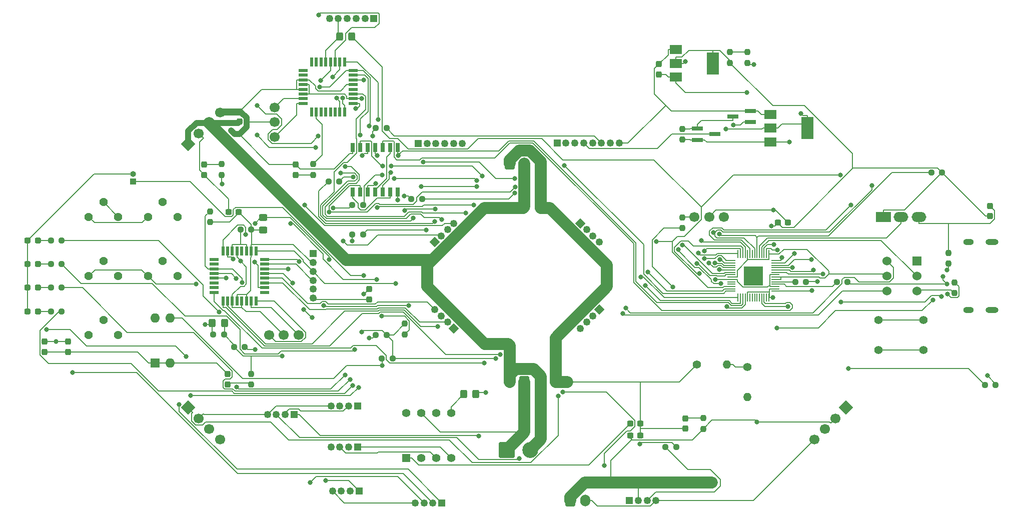
<source format=gtl>
%TF.GenerationSoftware,KiCad,Pcbnew,(6.0.9)*%
%TF.CreationDate,2022-12-21T05:14:31+09:00*%
%TF.ProjectId,main,6d61696e-2e6b-4696-9361-645f70636258,rev?*%
%TF.SameCoordinates,Original*%
%TF.FileFunction,Copper,L1,Top*%
%TF.FilePolarity,Positive*%
%FSLAX46Y46*%
G04 Gerber Fmt 4.6, Leading zero omitted, Abs format (unit mm)*
G04 Created by KiCad (PCBNEW (6.0.9)) date 2022-12-21 05:14:31*
%MOMM*%
%LPD*%
G01*
G04 APERTURE LIST*
G04 Aperture macros list*
%AMRoundRect*
0 Rectangle with rounded corners*
0 $1 Rounding radius*
0 $2 $3 $4 $5 $6 $7 $8 $9 X,Y pos of 4 corners*
0 Add a 4 corners polygon primitive as box body*
4,1,4,$2,$3,$4,$5,$6,$7,$8,$9,$2,$3,0*
0 Add four circle primitives for the rounded corners*
1,1,$1+$1,$2,$3*
1,1,$1+$1,$4,$5*
1,1,$1+$1,$6,$7*
1,1,$1+$1,$8,$9*
0 Add four rect primitives between the rounded corners*
20,1,$1+$1,$2,$3,$4,$5,0*
20,1,$1+$1,$4,$5,$6,$7,0*
20,1,$1+$1,$6,$7,$8,$9,0*
20,1,$1+$1,$8,$9,$2,$3,0*%
%AMHorizOval*
0 Thick line with rounded ends*
0 $1 width*
0 $2 $3 position (X,Y) of the first rounded end (center of the circle)*
0 $4 $5 position (X,Y) of the second rounded end (center of the circle)*
0 Add line between two ends*
20,1,$1,$2,$3,$4,$5,0*
0 Add two circle primitives to create the rounded ends*
1,1,$1,$2,$3*
1,1,$1,$4,$5*%
%AMRotRect*
0 Rectangle, with rotation*
0 The origin of the aperture is its center*
0 $1 length*
0 $2 width*
0 $3 Rotation angle, in degrees counterclockwise*
0 Add horizontal line*
21,1,$1,$2,0,0,$3*%
G04 Aperture macros list end*
%TA.AperFunction,SMDPad,CuDef*%
%ADD10RoundRect,0.237500X-0.237500X0.250000X-0.237500X-0.250000X0.237500X-0.250000X0.237500X0.250000X0*%
%TD*%
%TA.AperFunction,ComponentPad*%
%ADD11R,2.500000X1.700000*%
%TD*%
%TA.AperFunction,ComponentPad*%
%ADD12O,2.500000X1.700000*%
%TD*%
%TA.AperFunction,ComponentPad*%
%ADD13C,1.431000*%
%TD*%
%TA.AperFunction,ComponentPad*%
%ADD14R,1.250000X1.250000*%
%TD*%
%TA.AperFunction,ComponentPad*%
%ADD15C,1.250000*%
%TD*%
%TA.AperFunction,ComponentPad*%
%ADD16RoundRect,0.250000X-0.600000X-0.750000X0.600000X-0.750000X0.600000X0.750000X-0.600000X0.750000X0*%
%TD*%
%TA.AperFunction,ComponentPad*%
%ADD17O,1.700000X2.000000*%
%TD*%
%TA.AperFunction,SMDPad,CuDef*%
%ADD18RoundRect,0.237500X0.237500X-0.287500X0.237500X0.287500X-0.237500X0.287500X-0.237500X-0.287500X0*%
%TD*%
%TA.AperFunction,SMDPad,CuDef*%
%ADD19RoundRect,0.237500X-0.300000X-0.237500X0.300000X-0.237500X0.300000X0.237500X-0.300000X0.237500X0*%
%TD*%
%TA.AperFunction,SMDPad,CuDef*%
%ADD20RoundRect,0.237500X0.287500X0.237500X-0.287500X0.237500X-0.287500X-0.237500X0.287500X-0.237500X0*%
%TD*%
%TA.AperFunction,SMDPad,CuDef*%
%ADD21R,2.000000X1.500000*%
%TD*%
%TA.AperFunction,SMDPad,CuDef*%
%ADD22R,2.000000X3.800000*%
%TD*%
%TA.AperFunction,SMDPad,CuDef*%
%ADD23RoundRect,0.237500X0.237500X-0.250000X0.237500X0.250000X-0.237500X0.250000X-0.237500X-0.250000X0*%
%TD*%
%TA.AperFunction,ComponentPad*%
%ADD24R,1.524000X1.524000*%
%TD*%
%TA.AperFunction,ComponentPad*%
%ADD25C,1.524000*%
%TD*%
%TA.AperFunction,SMDPad,CuDef*%
%ADD26RoundRect,0.250000X0.450000X-0.325000X0.450000X0.325000X-0.450000X0.325000X-0.450000X-0.325000X0*%
%TD*%
%TA.AperFunction,SMDPad,CuDef*%
%ADD27RoundRect,0.237500X0.250000X0.237500X-0.250000X0.237500X-0.250000X-0.237500X0.250000X-0.237500X0*%
%TD*%
%TA.AperFunction,ComponentPad*%
%ADD28RoundRect,0.250001X-1.099999X-1.099999X1.099999X-1.099999X1.099999X1.099999X-1.099999X1.099999X0*%
%TD*%
%TA.AperFunction,ComponentPad*%
%ADD29C,2.700000*%
%TD*%
%TA.AperFunction,SMDPad,CuDef*%
%ADD30RoundRect,0.237500X-0.237500X0.300000X-0.237500X-0.300000X0.237500X-0.300000X0.237500X0.300000X0*%
%TD*%
%TA.AperFunction,ComponentPad*%
%ADD31RotRect,1.250000X1.250000X315.000000*%
%TD*%
%TA.AperFunction,SMDPad,CuDef*%
%ADD32RoundRect,0.237500X-0.250000X-0.237500X0.250000X-0.237500X0.250000X0.237500X-0.250000X0.237500X0*%
%TD*%
%TA.AperFunction,SMDPad,CuDef*%
%ADD33RoundRect,0.250000X0.325000X0.450000X-0.325000X0.450000X-0.325000X-0.450000X0.325000X-0.450000X0*%
%TD*%
%TA.AperFunction,ComponentPad*%
%ADD34R,1.600000X1.600000*%
%TD*%
%TA.AperFunction,ComponentPad*%
%ADD35O,1.600000X1.600000*%
%TD*%
%TA.AperFunction,SMDPad,CuDef*%
%ADD36RoundRect,0.237500X-0.237500X0.287500X-0.237500X-0.287500X0.237500X-0.287500X0.237500X0.287500X0*%
%TD*%
%TA.AperFunction,SMDPad,CuDef*%
%ADD37R,1.900000X0.800000*%
%TD*%
%TA.AperFunction,ComponentPad*%
%ADD38RoundRect,0.250000X0.600000X0.750000X-0.600000X0.750000X-0.600000X-0.750000X0.600000X-0.750000X0*%
%TD*%
%TA.AperFunction,ComponentPad*%
%ADD39C,1.400000*%
%TD*%
%TA.AperFunction,ComponentPad*%
%ADD40O,1.400000X1.400000*%
%TD*%
%TA.AperFunction,ComponentPad*%
%ADD41C,1.397000*%
%TD*%
%TA.AperFunction,ComponentPad*%
%ADD42RotRect,1.250000X1.250000X225.000000*%
%TD*%
%TA.AperFunction,ComponentPad*%
%ADD43R,1.000000X1.000000*%
%TD*%
%TA.AperFunction,ComponentPad*%
%ADD44O,1.000000X1.000000*%
%TD*%
%TA.AperFunction,SMDPad,CuDef*%
%ADD45RoundRect,0.237500X0.300000X0.237500X-0.300000X0.237500X-0.300000X-0.237500X0.300000X-0.237500X0*%
%TD*%
%TA.AperFunction,ComponentPad*%
%ADD46R,1.409600X1.409600*%
%TD*%
%TA.AperFunction,ComponentPad*%
%ADD47C,1.409600*%
%TD*%
%TA.AperFunction,SMDPad,CuDef*%
%ADD48RoundRect,0.237500X0.237500X-0.300000X0.237500X0.300000X-0.237500X0.300000X-0.237500X-0.300000X0*%
%TD*%
%TA.AperFunction,SMDPad,CuDef*%
%ADD49R,0.698500X1.597660*%
%TD*%
%TA.AperFunction,ComponentPad*%
%ADD50RotRect,1.250000X1.250000X135.000000*%
%TD*%
%TA.AperFunction,SMDPad,CuDef*%
%ADD51R,0.550000X1.600000*%
%TD*%
%TA.AperFunction,SMDPad,CuDef*%
%ADD52R,1.600000X0.550000*%
%TD*%
%TA.AperFunction,ComponentPad*%
%ADD53RotRect,1.250000X1.250000X45.000000*%
%TD*%
%TA.AperFunction,SMDPad,CuDef*%
%ADD54R,0.200000X1.350000*%
%TD*%
%TA.AperFunction,SMDPad,CuDef*%
%ADD55R,1.350000X0.200000*%
%TD*%
%TA.AperFunction,ComponentPad*%
%ADD56R,3.200000X3.200000*%
%TD*%
%TA.AperFunction,ComponentPad*%
%ADD57RotRect,1.700000X1.700000X135.000000*%
%TD*%
%TA.AperFunction,ComponentPad*%
%ADD58HorizOval,1.700000X0.000000X0.000000X0.000000X0.000000X0*%
%TD*%
%TA.AperFunction,ComponentPad*%
%ADD59RotRect,1.700000X1.700000X225.000000*%
%TD*%
%TA.AperFunction,ComponentPad*%
%ADD60HorizOval,1.700000X0.000000X0.000000X0.000000X0.000000X0*%
%TD*%
%TA.AperFunction,ComponentPad*%
%ADD61C,1.700000*%
%TD*%
%TA.AperFunction,ComponentPad*%
%ADD62RotRect,1.700000X1.700000X315.000000*%
%TD*%
%TA.AperFunction,ComponentPad*%
%ADD63HorizOval,1.700000X0.000000X0.000000X0.000000X0.000000X0*%
%TD*%
%TA.AperFunction,ComponentPad*%
%ADD64O,1.800000X1.000000*%
%TD*%
%TA.AperFunction,ComponentPad*%
%ADD65O,2.200000X1.000000*%
%TD*%
%TA.AperFunction,ViaPad*%
%ADD66C,0.800000*%
%TD*%
%TA.AperFunction,ViaPad*%
%ADD67C,1.500000*%
%TD*%
%TA.AperFunction,Conductor*%
%ADD68C,0.150000*%
%TD*%
%TA.AperFunction,Conductor*%
%ADD69C,2.000000*%
%TD*%
%TA.AperFunction,Conductor*%
%ADD70C,1.000000*%
%TD*%
G04 APERTURE END LIST*
D10*
%TO.P,R20,1*%
%TO.N,+3.3VA*%
X105000000Y-116587500D03*
%TO.P,R20,2*%
%TO.N,Net-(D6-Pad2)*%
X105000000Y-118412500D03*
%TD*%
D11*
%TO.P,SW5,1,A*%
%TO.N,SW1_3*%
X212000000Y-90000000D03*
D12*
%TO.P,SW5,2,B*%
%TO.N,SW1_1*%
X215000000Y-90000000D03*
%TO.P,SW5,3,C*%
%TO.N,SW1_6*%
X218000000Y-90000000D03*
%TD*%
D13*
%TO.P,RV2,1,1*%
%TO.N,Net-(D12-Pad2)*%
X87500000Y-90000000D03*
%TO.P,RV2,2,2*%
%TO.N,Net-(J24-Pad2)*%
X90000000Y-87500000D03*
%TO.P,RV2,3,3*%
X92500000Y-90000000D03*
%TD*%
D10*
%TO.P,R28,1*%
%TO.N,Net-(R28-Pad1)*%
X115500000Y-81087500D03*
%TO.P,R28,2*%
%TO.N,Net-(D9-Pad2)*%
X115500000Y-82912500D03*
%TD*%
D14*
%TO.P,J17,1,Pin_1*%
%TO.N,Net-(J17-Pad1)*%
X115450000Y-96250000D03*
D15*
%TO.P,J17,2,Pin_2*%
%TO.N,+3.3VA*%
X115450000Y-97750000D03*
%TO.P,J17,3,Pin_3*%
%TO.N,Net-(J17-Pad3)*%
X115450000Y-99250000D03*
%TO.P,J17,4,Pin_4*%
%TO.N,Net-(J17-Pad4)*%
X115450000Y-100750000D03*
%TO.P,J17,5,Pin_5*%
%TO.N,Net-(C8-Pad1)*%
X115450000Y-102250000D03*
%TO.P,J17,6,Pin_6*%
%TO.N,SW1_6*%
X115450000Y-103750000D03*
%TD*%
D16*
%TO.P,J8,1,Pin_1*%
%TO.N,SW1_6*%
X148750000Y-81000000D03*
D17*
%TO.P,J8,2,Pin_2*%
%TO.N,+15V*%
X151250000Y-81000000D03*
%TD*%
D18*
%TO.P,D4,1,K*%
%TO.N,SW1_6*%
X178500000Y-125875000D03*
%TO.P,D4,2,A*%
%TO.N,Net-(D4-Pad2)*%
X178500000Y-124125000D03*
%TD*%
D19*
%TO.P,C5,1*%
%TO.N,+5V*%
X169137500Y-127000000D03*
%TO.P,C5,2*%
%TO.N,SW1_6*%
X170862500Y-127000000D03*
%TD*%
D20*
%TO.P,D15,1,K*%
%TO.N,Net-(D15-Pad1)*%
X68875000Y-102000000D03*
%TO.P,D15,2,A*%
%TO.N,Net-(D13-Pad2)*%
X67125000Y-102000000D03*
%TD*%
D21*
%TO.P,U1,1,GND*%
%TO.N,SW1_6*%
X176850000Y-61700000D03*
D22*
%TO.P,U1,2,VO*%
%TO.N,SW1_3*%
X183150000Y-64000000D03*
D21*
X176850000Y-64000000D03*
%TO.P,U1,3,VI*%
%TO.N,Net-(C1-Pad1)*%
X176850000Y-66300000D03*
%TD*%
D23*
%TO.P,R23,1*%
%TO.N,Net-(R23-Pad1)*%
X100000000Y-82912500D03*
%TO.P,R23,2*%
%TO.N,Net-(D7-Pad2)*%
X100000000Y-81087500D03*
%TD*%
D10*
%TO.P,R31,1*%
%TO.N,ADC_VREF*%
X186000000Y-62087500D03*
%TO.P,R31,2*%
%TO.N,SW1_3*%
X186000000Y-63912500D03*
%TD*%
D24*
%TO.P,SW6,1,A*%
%TO.N,SW1_3*%
X217645000Y-97460000D03*
D25*
%TO.P,SW6,2,B*%
%TO.N,SW1_4*%
X217645000Y-100000000D03*
%TO.P,SW6,3,C*%
%TO.N,SW1_6*%
X217645000Y-102540000D03*
%TO.P,SW6,4,KR*%
%TO.N,Net-(R37-Pad1)*%
X212565000Y-97460000D03*
%TO.P,SW6,5,A*%
%TO.N,SW1_3*%
X212565000Y-100000000D03*
%TO.P,SW6,6,KG*%
%TO.N,Net-(R40-Pad1)*%
X212565000Y-102540000D03*
%TD*%
D26*
%TO.P,D5,1,K*%
%TO.N,+3.3VA*%
X107000000Y-92200000D03*
%TO.P,D5,2,A*%
%TO.N,SW1_3*%
X107000000Y-90150000D03*
%TD*%
D27*
%TO.P,R7,1*%
%TO.N,SW1_3*%
X221912500Y-82500000D03*
%TO.P,R7,2*%
%TO.N,SDA_IMU*%
X220087500Y-82500000D03*
%TD*%
D14*
%TO.P,J14,1,Pin_1*%
%TO.N,SCL_IMU*%
X123000000Y-122000000D03*
D15*
%TO.P,J14,2,Pin_2*%
%TO.N,SW1_3*%
X121500000Y-122000000D03*
%TO.P,J14,3,Pin_3*%
%TO.N,SDA_IMU*%
X120000000Y-122000000D03*
%TO.P,J14,4,Pin_4*%
%TO.N,SW1_6*%
X118500000Y-122000000D03*
%TD*%
D28*
%TO.P,J5,1,Pin_1*%
%TO.N,SW1_6*%
X148242500Y-129450000D03*
D29*
%TO.P,J5,2,Pin_2*%
%TO.N,+15V*%
X152202500Y-129450000D03*
%TD*%
D30*
%TO.P,C10,1*%
%TO.N,Vcc1*%
X70000000Y-111137500D03*
%TO.P,C10,2*%
%TO.N,SW1_6*%
X70000000Y-112862500D03*
%TD*%
D31*
%TO.P,J20,1,Pin_1*%
%TO.N,Net-(J20-Pad1)*%
X139272800Y-108909200D03*
D15*
%TO.P,J20,2,Pin_2*%
%TO.N,Net-(J20-Pad2)*%
X138212140Y-107848540D03*
%TO.P,J20,3,Pin_3*%
%TO.N,Net-(J20-Pad1)*%
X137151480Y-106787880D03*
%TO.P,J20,4,Pin_4*%
%TO.N,Net-(J20-Pad4)*%
X136090819Y-105727219D03*
%TD*%
D32*
%TO.P,R14,1*%
%TO.N,Net-(R14-Pad1)*%
X122087500Y-88000000D03*
%TO.P,R14,2*%
%TO.N,Net-(J16-Pad3)*%
X123912500Y-88000000D03*
%TD*%
D33*
%TO.P,D8,1,K*%
%TO.N,+3.3VA*%
X100455000Y-107960000D03*
%TO.P,D8,2,A*%
%TO.N,Net-(C8-Pad1)*%
X98405000Y-107960000D03*
%TD*%
D34*
%TO.P,SW7,1*%
%TO.N,SW1_6*%
X88725000Y-114767500D03*
D35*
%TO.P,SW7,2*%
X91265000Y-114767500D03*
%TO.P,SW7,3*%
%TO.N,Net-(R38-Pad2)*%
X91265000Y-107147500D03*
%TO.P,SW7,4*%
%TO.N,Net-(R39-Pad2)*%
X88725000Y-107147500D03*
%TD*%
D10*
%TO.P,R41,1*%
%TO.N,Net-(C25-Pad1)*%
X131000000Y-108087500D03*
%TO.P,R41,2*%
%TO.N,Net-(R41-Pad2)*%
X131000000Y-109912500D03*
%TD*%
D23*
%TO.P,R15,1*%
%TO.N,+5V*%
X181500000Y-125912500D03*
%TO.P,R15,2*%
%TO.N,Net-(D4-Pad2)*%
X181500000Y-124087500D03*
%TD*%
D32*
%TO.P,R34,1*%
%TO.N,Net-(R34-Pad1)*%
X204087500Y-101000000D03*
%TO.P,R34,2*%
%TO.N,USB_DM*%
X205912500Y-101000000D03*
%TD*%
D36*
%TO.P,D9,1,K*%
%TO.N,SW1_6*%
X112500000Y-81125000D03*
%TO.P,D9,2,A*%
%TO.N,Net-(D9-Pad2)*%
X112500000Y-82875000D03*
%TD*%
D18*
%TO.P,D7,1,K*%
%TO.N,SW1_6*%
X97000000Y-82875000D03*
%TO.P,D7,2,A*%
%TO.N,Net-(D7-Pad2)*%
X97000000Y-81125000D03*
%TD*%
D37*
%TO.P,Q1,1,G*%
%TO.N,/rp2040/GPIO21{slash}27*%
X189500000Y-73950000D03*
%TO.P,Q1,2,S*%
%TO.N,SW1_6*%
X189500000Y-72050000D03*
%TO.P,Q1,3,D*%
%TO.N,Net-(Q1-Pad3)*%
X186500000Y-73000000D03*
%TD*%
D38*
%TO.P,J9,1,Pin_1*%
%TO.N,SW1_6*%
X151250000Y-118000000D03*
D17*
%TO.P,J9,2,Pin_2*%
%TO.N,+15V*%
X148750000Y-118000000D03*
%TD*%
D32*
%TO.P,R8,1*%
%TO.N,Net-(R8-Pad1)*%
X122087500Y-93000000D03*
%TO.P,R8,2*%
%TO.N,Net-(J16-Pad1)*%
X123912500Y-93000000D03*
%TD*%
D16*
%TO.P,J15,1,Pin_1*%
%TO.N,+5V*%
X159000000Y-138000000D03*
D17*
%TO.P,J15,2,Pin_2*%
%TO.N,SW1_6*%
X161500000Y-138000000D03*
%TD*%
D13*
%TO.P,RV5,1,1*%
%TO.N,Net-(D12-Pad2)*%
X77500000Y-110000000D03*
%TO.P,RV5,2,2*%
%TO.N,Line5*%
X80000000Y-107500000D03*
%TO.P,RV5,3,3*%
X82500000Y-110000000D03*
%TD*%
D27*
%TO.P,R39,1*%
%TO.N,Net-(C25-Pad1)*%
X127912500Y-110000000D03*
%TO.P,R39,2*%
%TO.N,Net-(R39-Pad2)*%
X126087500Y-110000000D03*
%TD*%
%TO.P,R43,1*%
%TO.N,Net-(R43-Pad1)*%
X72912500Y-98000000D03*
%TO.P,R43,2*%
%TO.N,Net-(D14-Pad1)*%
X71087500Y-98000000D03*
%TD*%
D14*
%TO.P,J23,1,Pin_1*%
%TO.N,Net-(J23-Pad1)*%
X125750000Y-56450000D03*
D15*
%TO.P,J23,2,Pin_2*%
%TO.N,Vcc1*%
X124250000Y-56450000D03*
%TO.P,J23,3,Pin_3*%
%TO.N,Net-(J23-Pad3)*%
X122750000Y-56450000D03*
%TO.P,J23,4,Pin_4*%
%TO.N,Net-(J23-Pad4)*%
X121250000Y-56450000D03*
%TO.P,J23,5,Pin_5*%
%TO.N,Net-(C11-Pad1)*%
X119750000Y-56450000D03*
%TO.P,J23,6,Pin_6*%
%TO.N,SW1_6*%
X118250000Y-56450000D03*
%TD*%
D32*
%TO.P,R13,1*%
%TO.N,Net-(R13-Pad1)*%
X126087500Y-75000000D03*
%TO.P,R13,2*%
%TO.N,Net-(J16-Pad6)*%
X127912500Y-75000000D03*
%TD*%
D13*
%TO.P,RV4,1,1*%
%TO.N,Net-(D12-Pad2)*%
X87500000Y-100000000D03*
%TO.P,RV4,2,2*%
%TO.N,Net-(J24-Pad4)*%
X90000000Y-97500000D03*
%TO.P,RV4,3,3*%
X92500000Y-100000000D03*
%TD*%
D39*
%TO.P,R11,1*%
%TO.N,SW1_6*%
X180460000Y-115000000D03*
D40*
%TO.P,R11,2*%
%TO.N,Net-(R11-Pad2)*%
X185540000Y-115000000D03*
%TD*%
D41*
%TO.P,SW4,1,1*%
%TO.N,SW1_5*%
X218810000Y-112540000D03*
X211190000Y-112540000D03*
%TO.P,SW4,2,2*%
%TO.N,SW1_6*%
X211190000Y-107460000D03*
X218810000Y-107460000D03*
%TD*%
D42*
%TO.P,J21,1,Pin_1*%
%TO.N,Net-(J21-Pad1)*%
X136090800Y-94272800D03*
D15*
%TO.P,J21,2,Pin_2*%
%TO.N,Net-(J21-Pad2)*%
X137151460Y-93212140D03*
%TO.P,J21,3,Pin_3*%
%TO.N,Net-(J21-Pad1)*%
X138212120Y-92151480D03*
%TO.P,J21,4,Pin_4*%
%TO.N,Net-(J21-Pad4)*%
X139272781Y-91090819D03*
%TD*%
D37*
%TO.P,Q2,1,G*%
%TO.N,Net-(Q1-Pad3)*%
X180500000Y-75050000D03*
%TO.P,Q2,2,S*%
%TO.N,+5V*%
X180500000Y-76950000D03*
%TO.P,Q2,3,D*%
%TO.N,Net-(J16-Pad4)*%
X183500000Y-76000000D03*
%TD*%
D43*
%TO.P,JP1,1,A*%
%TO.N,Net-(C25-Pad1)*%
X85000000Y-84000000D03*
D44*
%TO.P,JP1,2,B*%
%TO.N,Net-(D13-Pad2)*%
X85000000Y-82730000D03*
%TD*%
D27*
%TO.P,R36,1*%
%TO.N,Net-(R36-Pad1)*%
X231000000Y-118500000D03*
%TO.P,R36,2*%
%TO.N,QSPI_SS*%
X229175000Y-118500000D03*
%TD*%
D18*
%TO.P,D18,1,K*%
%TO.N,SW1_6*%
X125000000Y-103962500D03*
%TO.P,D18,2,A*%
%TO.N,Net-(D18-Pad2)*%
X125000000Y-102212500D03*
%TD*%
D32*
%TO.P,R21,1*%
%TO.N,+3.3VA*%
X102087500Y-112000000D03*
%TO.P,R21,2*%
%TO.N,/Sheet63625160/SCL_1*%
X103912500Y-112000000D03*
%TD*%
D14*
%TO.P,J16,1,Pin_1*%
%TO.N,Net-(J16-Pad1)*%
X156775000Y-77525000D03*
D15*
%TO.P,J16,2,Pin_2*%
%TO.N,Net-(J16-Pad2)*%
X158275000Y-77525000D03*
%TO.P,J16,3,Pin_3*%
%TO.N,Net-(J16-Pad3)*%
X159775000Y-77525000D03*
%TO.P,J16,4,Pin_4*%
%TO.N,Net-(J16-Pad4)*%
X161275000Y-77525000D03*
%TO.P,J16,5,Pin_5*%
%TO.N,Net-(J16-Pad5)*%
X162775000Y-77525000D03*
%TO.P,J16,6,Pin_6*%
%TO.N,Net-(J16-Pad6)*%
X164275000Y-77525000D03*
%TO.P,J16,7,Pin_7*%
%TO.N,SW1_3*%
X165775000Y-77525000D03*
%TO.P,J16,8,Pin_8*%
%TO.N,SW1_6*%
X167275000Y-77525000D03*
%TD*%
D23*
%TO.P,R22,1*%
%TO.N,+3.3VA*%
X98000000Y-90912500D03*
%TO.P,R22,2*%
%TO.N,/Sheet63625160/SDA_1*%
X98000000Y-89087500D03*
%TD*%
D32*
%TO.P,R19,1*%
%TO.N,Net-(R19-Pad1)*%
X103175000Y-92175000D03*
%TO.P,R19,2*%
%TO.N,+3.3VA*%
X105000000Y-92175000D03*
%TD*%
D14*
%TO.P,J6,1,Pin_1*%
%TO.N,/rp2040/GPIO08{slash}11*%
X169000000Y-138000000D03*
D15*
%TO.P,J6,2,Pin_2*%
%TO.N,+5V*%
X170500000Y-138000000D03*
%TO.P,J6,3,Pin_3*%
%TO.N,Net-(J6-Pad3)*%
X172000000Y-138000000D03*
%TO.P,J6,4,Pin_4*%
%TO.N,SW1_6*%
X173500000Y-138000000D03*
%TD*%
D13*
%TO.P,RV3,1,1*%
%TO.N,Net-(D12-Pad2)*%
X77500000Y-100000000D03*
%TO.P,RV3,2,2*%
%TO.N,Net-(J24-Pad3)*%
X80000000Y-97500000D03*
%TO.P,RV3,3,3*%
X82500000Y-100000000D03*
%TD*%
D14*
%TO.P,J2,1,Pin_1*%
%TO.N,/rp2040/GPIO14{slash}19*%
X112250000Y-123450000D03*
D15*
%TO.P,J2,2,Pin_2*%
%TO.N,SW1_3*%
X110750000Y-123450000D03*
%TO.P,J2,3,Pin_3*%
%TO.N,/rp2040/GPIO15{slash}20*%
X109250000Y-123450000D03*
%TO.P,J2,4,Pin_4*%
%TO.N,SW1_6*%
X107750000Y-123450000D03*
%TD*%
D23*
%TO.P,R30,1*%
%TO.N,Net-(R30-Pad1)*%
X178000000Y-91912500D03*
%TO.P,R30,2*%
%TO.N,Net-(R30-Pad2)*%
X178000000Y-90087500D03*
%TD*%
D45*
%TO.P,C7,1*%
%TO.N,+3.3VA*%
X102862500Y-89175000D03*
%TO.P,C7,2*%
%TO.N,SW1_6*%
X101137500Y-89175000D03*
%TD*%
D46*
%TO.P,U11,1,VIN*%
%TO.N,Net-(C25-Pad1)*%
X131190000Y-130810000D03*
D47*
%TO.P,U11,2,GND*%
%TO.N,SW1_6*%
X133730000Y-130810000D03*
%TO.P,U11,3,SDA*%
%TO.N,SDA_IMU*%
X136270000Y-130810000D03*
%TO.P,U11,4,SCL*%
%TO.N,SCL_IMU*%
X138810000Y-130810000D03*
%TO.P,U11,5,RESET*%
%TO.N,Net-(D17-Pad2)*%
X138810000Y-123190000D03*
%TO.P,U11,6,INT*%
%TO.N,unconnected-(U11-Pad6)*%
X136270000Y-123190000D03*
%TO.P,U11,7,GND*%
%TO.N,SW1_6*%
X133730000Y-123190000D03*
%TO.P,U11,8,VOUT*%
%TO.N,unconnected-(U11-Pad8)*%
X131190000Y-123190000D03*
%TD*%
D27*
%TO.P,R10,1*%
%TO.N,Net-(R10-Pad1)*%
X119912500Y-84000000D03*
%TO.P,R10,2*%
%TO.N,Net-(J16-Pad2)*%
X118087500Y-84000000D03*
%TD*%
D14*
%TO.P,J22,1,Pin_1*%
%TO.N,/LineTrimmer/SCL*%
X137250000Y-138450000D03*
D15*
%TO.P,J22,2,Pin_2*%
%TO.N,Vcc1*%
X135750000Y-138450000D03*
%TO.P,J22,3,Pin_3*%
%TO.N,/LineTrimmer/SDA*%
X134250000Y-138450000D03*
%TO.P,J22,4,Pin_4*%
%TO.N,SW1_6*%
X132750000Y-138450000D03*
%TD*%
D48*
%TO.P,C1,1*%
%TO.N,Net-(C1-Pad1)*%
X174000000Y-65862500D03*
%TO.P,C1,2*%
%TO.N,SW1_6*%
X174000000Y-64137500D03*
%TD*%
D36*
%TO.P,D6,1,K*%
%TO.N,SW1_6*%
X101000000Y-116625000D03*
%TO.P,D6,2,A*%
%TO.N,Net-(D6-Pad2)*%
X101000000Y-118375000D03*
%TD*%
D48*
%TO.P,C2,1*%
%TO.N,SW1_3*%
X230000000Y-89862500D03*
%TO.P,C2,2*%
%TO.N,SW1_6*%
X230000000Y-88137500D03*
%TD*%
D49*
%TO.P,U2,1*%
%TO.N,/rp2040/GPIO20{slash}26*%
X129807460Y-78235720D03*
%TO.P,U2,2*%
%TO.N,Net-(U2-Pad11)*%
X128537460Y-78235720D03*
%TO.P,U2,3*%
%TO.N,/rp2040/GPIO28{slash}34*%
X127267460Y-78235720D03*
%TO.P,U2,4*%
%TO.N,/rp2040/GPIO16{slash}21*%
X126000000Y-78235720D03*
%TO.P,U2,5*%
%TO.N,/rp2040/GPIO18{slash}24*%
X124732540Y-78235720D03*
%TO.P,U2,6*%
%TO.N,Net-(U2-Pad12)*%
X123462540Y-78235720D03*
%TO.P,U2,7,GND*%
%TO.N,SW1_6*%
X122192540Y-78235720D03*
%TO.P,U2,8*%
%TO.N,Net-(U2-Pad13)*%
X122192540Y-85764280D03*
%TO.P,U2,9*%
%TO.N,/rp2040/GPIO17{slash}22*%
X123462540Y-85764280D03*
%TO.P,U2,10*%
%TO.N,/rp2040/GPIO19{slash}25*%
X124732540Y-85764280D03*
%TO.P,U2,11*%
%TO.N,Net-(U2-Pad11)*%
X126000000Y-85764280D03*
%TO.P,U2,12*%
%TO.N,Net-(U2-Pad12)*%
X127267460Y-85764280D03*
%TO.P,U2,13*%
%TO.N,Net-(U2-Pad13)*%
X128537460Y-85764280D03*
%TO.P,U2,14,VCC*%
%TO.N,Net-(U2-Pad14)*%
X129807460Y-85764280D03*
%TD*%
D13*
%TO.P,RV1,1,1*%
%TO.N,Net-(D12-Pad2)*%
X77500000Y-90000000D03*
%TO.P,RV1,2,2*%
%TO.N,Net-(J24-Pad1)*%
X80000000Y-87500000D03*
%TO.P,RV1,3,3*%
X82500000Y-90000000D03*
%TD*%
D14*
%TO.P,J24,1,Pin_1*%
%TO.N,Net-(J24-Pad1)*%
X133250000Y-77550000D03*
D15*
%TO.P,J24,2,Pin_2*%
%TO.N,Net-(J24-Pad2)*%
X134750000Y-77550000D03*
%TO.P,J24,3,Pin_3*%
%TO.N,Net-(J24-Pad3)*%
X136250000Y-77550000D03*
%TO.P,J24,4,Pin_4*%
%TO.N,Net-(J24-Pad4)*%
X137750000Y-77550000D03*
%TO.P,J24,5,Pin_5*%
%TO.N,Line5*%
X139250000Y-77550000D03*
%TO.P,J24,6,Pin_6*%
%TO.N,Net-(D12-Pad2)*%
X140750000Y-77550000D03*
%TD*%
D10*
%TO.P,R1,1*%
%TO.N,Net-(J1-Pad6)*%
X224000000Y-101087500D03*
%TO.P,R1,2*%
%TO.N,SW1_6*%
X224000000Y-102912500D03*
%TD*%
D27*
%TO.P,R45,1*%
%TO.N,Net-(R45-Pad1)*%
X72912500Y-106000000D03*
%TO.P,R45,2*%
%TO.N,Net-(D16-Pad1)*%
X71087500Y-106000000D03*
%TD*%
D50*
%TO.P,J18,1,Pin_1*%
%TO.N,Net-(J17-Pad4)*%
X160727200Y-91090800D03*
D15*
%TO.P,J18,2,Pin_2*%
%TO.N,Net-(J17-Pad1)*%
X161787860Y-92151460D03*
%TO.P,J18,3,Pin_3*%
%TO.N,Net-(J17-Pad4)*%
X162848520Y-93212120D03*
%TO.P,J18,4,Pin_4*%
%TO.N,Net-(J17-Pad3)*%
X163909181Y-94272781D03*
%TD*%
D30*
%TO.P,C9,1*%
%TO.N,Vcc1*%
X74000000Y-111137500D03*
%TO.P,C9,2*%
%TO.N,SW1_6*%
X74000000Y-112862500D03*
%TD*%
D21*
%TO.P,U9,1,GND*%
%TO.N,SW1_6*%
X192850000Y-72700000D03*
%TO.P,U9,2,VO*%
%TO.N,Net-(C25-Pad1)*%
X192850000Y-75000000D03*
D22*
X199150000Y-75000000D03*
D21*
%TO.P,U9,3,VI*%
%TO.N,+5V*%
X192850000Y-77300000D03*
%TD*%
D19*
%TO.P,C26,1*%
%TO.N,Net-(C25-Pad1)*%
X169137500Y-125000000D03*
%TO.P,C26,2*%
%TO.N,SW1_6*%
X170862500Y-125000000D03*
%TD*%
D51*
%TO.P,U5,1,PD3*%
%TO.N,Net-(J19-Pad2)*%
X100200000Y-104250000D03*
%TO.P,U5,2,PD4*%
%TO.N,Net-(J19-Pad4)*%
X101000000Y-104250000D03*
%TO.P,U5,3,GND*%
%TO.N,SW1_6*%
X101800000Y-104250000D03*
%TO.P,U5,4,VCC*%
%TO.N,+3.3VA*%
X102600000Y-104250000D03*
%TO.P,U5,5,GND*%
%TO.N,SW1_6*%
X103400000Y-104250000D03*
%TO.P,U5,6,VCC*%
%TO.N,+3.3VA*%
X104200000Y-104250000D03*
%TO.P,U5,7,XTAL1/PB6*%
%TO.N,Net-(U5-Pad7)*%
X105000000Y-104250000D03*
%TO.P,U5,8,XTAL2/PB7*%
%TO.N,Net-(U5-Pad8)*%
X105800000Y-104250000D03*
D52*
%TO.P,U5,9,PD5*%
%TO.N,unconnected-(U5-Pad9)*%
X107250000Y-102800000D03*
%TO.P,U5,10,PD6*%
%TO.N,Net-(R23-Pad1)*%
X107250000Y-102000000D03*
%TO.P,U5,11,PD7*%
%TO.N,Net-(J20-Pad2)*%
X107250000Y-101200000D03*
%TO.P,U5,12,PB0*%
%TO.N,Net-(J20-Pad4)*%
X107250000Y-100400000D03*
%TO.P,U5,13,PB1*%
%TO.N,Net-(J20-Pad1)*%
X107250000Y-99600000D03*
%TO.P,U5,14,PB2*%
%TO.N,Net-(J21-Pad1)*%
X107250000Y-98800000D03*
%TO.P,U5,15,PB3*%
%TO.N,Net-(J17-Pad4)*%
X107250000Y-98000000D03*
%TO.P,U5,16,PB4*%
%TO.N,Net-(J17-Pad1)*%
X107250000Y-97200000D03*
D51*
%TO.P,U5,17,PB5*%
%TO.N,Net-(J17-Pad3)*%
X105800000Y-95750000D03*
%TO.P,U5,18,AVCC*%
%TO.N,+3.3VA*%
X105000000Y-95750000D03*
%TO.P,U5,19,ADC6*%
%TO.N,Net-(R19-Pad1)*%
X104200000Y-95750000D03*
%TO.P,U5,20,AREF*%
%TO.N,unconnected-(U5-Pad20)*%
X103400000Y-95750000D03*
%TO.P,U5,21,GND*%
%TO.N,SW1_6*%
X102600000Y-95750000D03*
%TO.P,U5,22,ADC7*%
%TO.N,Net-(R19-Pad1)*%
X101800000Y-95750000D03*
%TO.P,U5,23,PC0*%
%TO.N,Net-(J21-Pad2)*%
X101000000Y-95750000D03*
%TO.P,U5,24,PC1*%
%TO.N,Net-(J21-Pad4)*%
X100200000Y-95750000D03*
D52*
%TO.P,U5,25,PC2*%
%TO.N,unconnected-(U5-Pad25)*%
X98750000Y-97200000D03*
%TO.P,U5,26,PC3*%
%TO.N,unconnected-(U5-Pad26)*%
X98750000Y-98000000D03*
%TO.P,U5,27,PC4*%
%TO.N,/Sheet63625160/SDA_1*%
X98750000Y-98800000D03*
%TO.P,U5,28,PC5*%
%TO.N,/Sheet63625160/SCL_1*%
X98750000Y-99600000D03*
%TO.P,U5,29,~{RESET}/PC6*%
%TO.N,Net-(C8-Pad1)*%
X98750000Y-100400000D03*
%TO.P,U5,30,PD0*%
%TO.N,unconnected-(U5-Pad30)*%
X98750000Y-101200000D03*
%TO.P,U5,31,PD1*%
%TO.N,unconnected-(U5-Pad31)*%
X98750000Y-102000000D03*
%TO.P,U5,32,PD2*%
%TO.N,Net-(J19-Pad1)*%
X98750000Y-102800000D03*
%TD*%
D48*
%TO.P,C4,1*%
%TO.N,+15V*%
X103000000Y-73862500D03*
%TO.P,C4,2*%
%TO.N,SW1_6*%
X103000000Y-72137500D03*
%TD*%
D32*
%TO.P,R12,1*%
%TO.N,Net-(R12-Pad1)*%
X132087500Y-87000000D03*
%TO.P,R12,2*%
%TO.N,Net-(J16-Pad5)*%
X133912500Y-87000000D03*
%TD*%
D20*
%TO.P,D16,1,K*%
%TO.N,Net-(D16-Pad1)*%
X68875000Y-106000000D03*
%TO.P,D16,2,A*%
%TO.N,Net-(D13-Pad2)*%
X67125000Y-106000000D03*
%TD*%
D23*
%TO.P,R2,1*%
%TO.N,Net-(J1-Pad5)*%
X223000000Y-97912500D03*
%TO.P,R2,2*%
%TO.N,SW1_6*%
X223000000Y-96087500D03*
%TD*%
D20*
%TO.P,D13,1,K*%
%TO.N,Net-(D13-Pad1)*%
X68875000Y-94000000D03*
%TO.P,D13,2,A*%
%TO.N,Net-(D13-Pad2)*%
X67125000Y-94000000D03*
%TD*%
D52*
%TO.P,U6,1,PD3*%
%TO.N,unconnected-(U6-Pad1)*%
X113750000Y-65200000D03*
%TO.P,U6,2,PD4*%
%TO.N,unconnected-(U6-Pad2)*%
X113750000Y-66000000D03*
%TO.P,U6,3,GND*%
%TO.N,SW1_6*%
X113750000Y-66800000D03*
%TO.P,U6,4,VCC*%
%TO.N,Vcc1*%
X113750000Y-67600000D03*
%TO.P,U6,5,GND*%
%TO.N,SW1_6*%
X113750000Y-68400000D03*
%TO.P,U6,6,VCC*%
%TO.N,Vcc1*%
X113750000Y-69200000D03*
%TO.P,U6,7,XTAL1/PB6*%
%TO.N,Net-(U6-Pad7)*%
X113750000Y-70000000D03*
%TO.P,U6,8,XTAL2/PB7*%
%TO.N,Net-(U6-Pad8)*%
X113750000Y-70800000D03*
D51*
%TO.P,U6,9,PD5*%
%TO.N,unconnected-(U6-Pad9)*%
X115200000Y-72250000D03*
%TO.P,U6,10,PD6*%
%TO.N,Net-(R28-Pad1)*%
X116000000Y-72250000D03*
%TO.P,U6,11,PD7*%
%TO.N,unconnected-(U6-Pad11)*%
X116800000Y-72250000D03*
%TO.P,U6,12,PB0*%
%TO.N,unconnected-(U6-Pad12)*%
X117600000Y-72250000D03*
%TO.P,U6,13,PB1*%
%TO.N,unconnected-(U6-Pad13)*%
X118400000Y-72250000D03*
%TO.P,U6,14,PB2*%
%TO.N,unconnected-(U6-Pad14)*%
X119200000Y-72250000D03*
%TO.P,U6,15,PB3*%
%TO.N,Net-(J23-Pad4)*%
X120000000Y-72250000D03*
%TO.P,U6,16,PB4*%
%TO.N,Net-(J23-Pad1)*%
X120800000Y-72250000D03*
D52*
%TO.P,U6,17,PB5*%
%TO.N,Net-(J23-Pad3)*%
X122250000Y-70800000D03*
%TO.P,U6,18,AVCC*%
%TO.N,Vcc1*%
X122250000Y-70000000D03*
%TO.P,U6,19,ADC6*%
%TO.N,Line5*%
X122250000Y-69200000D03*
%TO.P,U6,20,AREF*%
%TO.N,unconnected-(U6-Pad20)*%
X122250000Y-68400000D03*
%TO.P,U6,21,GND*%
%TO.N,SW1_6*%
X122250000Y-67600000D03*
%TO.P,U6,22,ADC7*%
%TO.N,Net-(R25-Pad1)*%
X122250000Y-66800000D03*
%TO.P,U6,23,PC0*%
%TO.N,Net-(J24-Pad1)*%
X122250000Y-66000000D03*
%TO.P,U6,24,PC1*%
%TO.N,Net-(J24-Pad2)*%
X122250000Y-65200000D03*
D51*
%TO.P,U6,25,PC2*%
%TO.N,Net-(J24-Pad3)*%
X120800000Y-63750000D03*
%TO.P,U6,26,PC3*%
%TO.N,Net-(J24-Pad4)*%
X120000000Y-63750000D03*
%TO.P,U6,27,PC4*%
%TO.N,/LineTrimmer/SDA*%
X119200000Y-63750000D03*
%TO.P,U6,28,PC5*%
%TO.N,/LineTrimmer/SCL*%
X118400000Y-63750000D03*
%TO.P,U6,29,~{RESET}/PC6*%
%TO.N,Net-(C11-Pad1)*%
X117600000Y-63750000D03*
%TO.P,U6,30,PD0*%
%TO.N,unconnected-(U6-Pad30)*%
X116800000Y-63750000D03*
%TO.P,U6,31,PD1*%
%TO.N,unconnected-(U6-Pad31)*%
X116000000Y-63750000D03*
%TO.P,U6,32,PD2*%
%TO.N,unconnected-(U6-Pad32)*%
X115200000Y-63750000D03*
%TD*%
D53*
%TO.P,J19,1,Pin_1*%
%TO.N,Net-(J19-Pad1)*%
X163909200Y-105727200D03*
D15*
%TO.P,J19,2,Pin_2*%
%TO.N,Net-(J19-Pad2)*%
X162848540Y-106787860D03*
%TO.P,J19,3,Pin_3*%
%TO.N,Net-(J19-Pad1)*%
X161787880Y-107848520D03*
%TO.P,J19,4,Pin_4*%
%TO.N,Net-(J19-Pad4)*%
X160727219Y-108909181D03*
%TD*%
D32*
%TO.P,R33,1*%
%TO.N,Net-(R33-Pad1)*%
X197087500Y-101000000D03*
%TO.P,R33,2*%
%TO.N,USB_DP*%
X198912500Y-101000000D03*
%TD*%
D19*
%TO.P,C20,1*%
%TO.N,SW1_3*%
X194137500Y-91000000D03*
%TO.P,C20,2*%
%TO.N,SW1_6*%
X195862500Y-91000000D03*
%TD*%
D33*
%TO.P,D17,1,K*%
%TO.N,RESET*%
X143025000Y-120000000D03*
%TO.P,D17,2,A*%
%TO.N,Net-(D17-Pad2)*%
X140975000Y-120000000D03*
%TD*%
D23*
%TO.P,R32,1*%
%TO.N,Net-(C19-Pad1)*%
X189000000Y-63912500D03*
%TO.P,R32,2*%
%TO.N,ADC_VREF*%
X189000000Y-62087500D03*
%TD*%
D20*
%TO.P,D14,1,K*%
%TO.N,Net-(D14-Pad1)*%
X68875000Y-98000000D03*
%TO.P,D14,2,A*%
%TO.N,Net-(D13-Pad2)*%
X67125000Y-98000000D03*
%TD*%
D27*
%TO.P,R38,1*%
%TO.N,Net-(C25-Pad1)*%
X128912500Y-114000000D03*
%TO.P,R38,2*%
%TO.N,Net-(R38-Pad2)*%
X127087500Y-114000000D03*
%TD*%
D14*
%TO.P,J11,1,Pin_1*%
%TO.N,SCL_IMU*%
X123000000Y-129000000D03*
D15*
%TO.P,J11,2,Pin_2*%
%TO.N,SW1_3*%
X121500000Y-129000000D03*
%TO.P,J11,3,Pin_3*%
%TO.N,SDA_IMU*%
X120000000Y-129000000D03*
%TO.P,J11,4,Pin_4*%
%TO.N,SW1_6*%
X118500000Y-129000000D03*
%TD*%
D27*
%TO.P,R4,1*%
%TO.N,/rp2040/GPIO09{slash}12*%
X176912500Y-129000000D03*
%TO.P,R4,2*%
%TO.N,Net-(J6-Pad3)*%
X175087500Y-129000000D03*
%TD*%
D54*
%TO.P,U7,1,IOVDD*%
%TO.N,SW1_3*%
X192600000Y-96300000D03*
%TO.P,U7,2,GPIO0*%
%TO.N,/rp2040/GPIO00{slash}01*%
X192200000Y-96300000D03*
%TO.P,U7,3,GPIO1*%
%TO.N,/rp2040/GPIO01{slash}02*%
X191800000Y-96300000D03*
%TO.P,U7,4,GPIO2*%
%TO.N,SW1_4*%
X191400000Y-96300000D03*
%TO.P,U7,5,GPIO3*%
%TO.N,SW1_1*%
X191000000Y-96300000D03*
%TO.P,U7,6,GPIO4*%
%TO.N,SDA_IMU*%
X190600000Y-96300000D03*
%TO.P,U7,7,GPIO5*%
%TO.N,SCL_IMU*%
X190200000Y-96300000D03*
%TO.P,U7,8,GPIO6*%
%TO.N,SW1_2*%
X189800000Y-96300000D03*
%TO.P,U7,9,GPIO7*%
%TO.N,SW1_5*%
X189400000Y-96300000D03*
%TO.P,U7,10,IOVDD*%
%TO.N,SW1_3*%
X189000000Y-96300000D03*
%TO.P,U7,11,GPIO8*%
%TO.N,/rp2040/GPIO08{slash}11*%
X188600000Y-96300000D03*
%TO.P,U7,12,GPIO9*%
%TO.N,/rp2040/GPIO09{slash}12*%
X188200000Y-96300000D03*
%TO.P,U7,13,GPIO10*%
%TO.N,/Sheet63625160/SDA_1*%
X187800000Y-96300000D03*
%TO.P,U7,14,GPIO11*%
%TO.N,/Sheet63625160/SCL_1*%
X187400000Y-96300000D03*
D55*
%TO.P,U7,15,GPIO12*%
%TO.N,/rp2040/GPIO12{slash}16*%
X186300000Y-97400000D03*
%TO.P,U7,16,GPIO13*%
%TO.N,/rp2040/GPIO13{slash}17*%
X186300000Y-97800000D03*
%TO.P,U7,17,GPIO14*%
%TO.N,/rp2040/GPIO14{slash}19*%
X186300000Y-98200000D03*
%TO.P,U7,18,GPIO15*%
%TO.N,/rp2040/GPIO15{slash}20*%
X186300000Y-98600000D03*
%TO.P,U7,19,TESTEN*%
%TO.N,SW1_6*%
X186300000Y-99000000D03*
%TO.P,U7,20,XIN*%
%TO.N,Net-(U7-Pad20)*%
X186300000Y-99400000D03*
%TO.P,U7,21,XOUT*%
%TO.N,Net-(R30-Pad1)*%
X186300000Y-99800000D03*
%TO.P,U7,22,IOVDD*%
%TO.N,SW1_3*%
X186300000Y-100200000D03*
%TO.P,U7,23,DVDD*%
%TO.N,+1V1*%
X186300000Y-100600000D03*
%TO.P,U7,24,SWCLK*%
%TO.N,unconnected-(U7-Pad24)*%
X186300000Y-101000000D03*
%TO.P,U7,25,SWD*%
%TO.N,unconnected-(U7-Pad25)*%
X186300000Y-101400000D03*
%TO.P,U7,26,RUN*%
%TO.N,RESET*%
X186300000Y-101800000D03*
%TO.P,U7,27,GPIO16*%
%TO.N,/rp2040/GPIO16{slash}21*%
X186300000Y-102200000D03*
%TO.P,U7,28,GPIO17*%
%TO.N,/rp2040/GPIO17{slash}22*%
X186300000Y-102600000D03*
D54*
%TO.P,U7,29,GPIO18*%
%TO.N,/rp2040/GPIO18{slash}24*%
X187400000Y-103700000D03*
%TO.P,U7,30,GPIO19*%
%TO.N,/rp2040/GPIO19{slash}25*%
X187800000Y-103700000D03*
%TO.P,U7,31,GPIO20*%
%TO.N,/rp2040/GPIO20{slash}26*%
X188200000Y-103700000D03*
%TO.P,U7,32,GPIO21*%
%TO.N,/rp2040/GPIO21{slash}27*%
X188600000Y-103700000D03*
%TO.P,U7,33,IOVDD*%
%TO.N,SW1_3*%
X189000000Y-103700000D03*
%TO.P,U7,34,GPIO22*%
%TO.N,/rp2040/GPIO22{slash}29*%
X189400000Y-103700000D03*
%TO.P,U7,35,GPIO23*%
%TO.N,unconnected-(U7-Pad35)*%
X189800000Y-103700000D03*
%TO.P,U7,36,GPIO24*%
%TO.N,unconnected-(U7-Pad36)*%
X190200000Y-103700000D03*
%TO.P,U7,37,GPIO25*%
%TO.N,unconnected-(U7-Pad37)*%
X190600000Y-103700000D03*
%TO.P,U7,38,GPIO26_ADC0*%
%TO.N,/rp2040/GPIO26{slash}31*%
X191000000Y-103700000D03*
%TO.P,U7,39,GPIO27_ADC1*%
%TO.N,Vbatt*%
X191400000Y-103700000D03*
%TO.P,U7,40,GPIO28_ADC2*%
%TO.N,/rp2040/GPIO28{slash}34*%
X191800000Y-103700000D03*
%TO.P,U7,41,GPIO29_ADC3*%
%TO.N,unconnected-(U7-Pad41)*%
X192200000Y-103700000D03*
%TO.P,U7,42,IOVDD*%
%TO.N,SW1_3*%
X192600000Y-103700000D03*
D55*
%TO.P,U7,43,ADC_AVDD*%
%TO.N,Net-(C19-Pad1)*%
X193700000Y-102600000D03*
%TO.P,U7,44,VREG_IN*%
%TO.N,SW1_3*%
X193700000Y-102200000D03*
%TO.P,U7,45,VREG_VOUT*%
%TO.N,+1V1*%
X193700000Y-101800000D03*
%TO.P,U7,46,USB_DM*%
%TO.N,Net-(R34-Pad1)*%
X193700000Y-101400000D03*
%TO.P,U7,47,USB_DP*%
%TO.N,Net-(R33-Pad1)*%
X193700000Y-101000000D03*
%TO.P,U7,48,USB_VDD*%
%TO.N,SW1_3*%
X193700000Y-100600000D03*
%TO.P,U7,49,IOVDD*%
X193700000Y-100200000D03*
%TO.P,U7,50,DVDD*%
%TO.N,+1V1*%
X193700000Y-99800000D03*
%TO.P,U7,51,QSPI_SD3*%
%TO.N,QSPI_SD3*%
X193700000Y-99400000D03*
%TO.P,U7,52,QSPI_SCLK*%
%TO.N,QSPI_CLK*%
X193700000Y-99000000D03*
%TO.P,U7,53,QSPI_SD0*%
%TO.N,QSPI_SD0*%
X193700000Y-98600000D03*
%TO.P,U7,54,QSPI_SD2*%
%TO.N,QSPI_SD2*%
X193700000Y-98200000D03*
%TO.P,U7,55,QSPI_SD1*%
%TO.N,QSPI_SD1*%
X193700000Y-97800000D03*
%TO.P,U7,56,QSPI_SS*%
%TO.N,QSPI_SS*%
X193700000Y-97400000D03*
D56*
%TO.P,U7,57,GND*%
%TO.N,SW1_6*%
X190000000Y-100000000D03*
%TD*%
D39*
%TO.P,R9,1*%
%TO.N,Net-(R11-Pad2)*%
X189000000Y-115460000D03*
D40*
%TO.P,R9,2*%
%TO.N,Net-(R9-Pad2)*%
X189000000Y-120540000D03*
%TD*%
D27*
%TO.P,R44,1*%
%TO.N,Net-(R44-Pad1)*%
X72912500Y-102000000D03*
%TO.P,R44,2*%
%TO.N,Net-(D15-Pad1)*%
X71087500Y-102000000D03*
%TD*%
D32*
%TO.P,R24,1*%
%TO.N,Net-(C8-Pad1)*%
X98542500Y-109960000D03*
%TO.P,R24,2*%
%TO.N,+3.3VA*%
X100367500Y-109960000D03*
%TD*%
D23*
%TO.P,R16,1*%
%TO.N,+5V*%
X178000000Y-76912500D03*
%TO.P,R16,2*%
%TO.N,Net-(Q1-Pad3)*%
X178000000Y-75087500D03*
%TD*%
D14*
%TO.P,J3,1,Pin_1*%
%TO.N,/Sheet63625160/SCL_1*%
X123250000Y-136450000D03*
D15*
%TO.P,J3,2,Pin_2*%
%TO.N,SW1_3*%
X121750000Y-136450000D03*
%TO.P,J3,3,Pin_3*%
%TO.N,/Sheet63625160/SDA_1*%
X120250000Y-136450000D03*
%TO.P,J3,4,Pin_4*%
%TO.N,SW1_6*%
X118750000Y-136450000D03*
%TD*%
D33*
%TO.P,D10,1,K*%
%TO.N,RESET*%
X122025000Y-59500000D03*
%TO.P,D10,2,A*%
%TO.N,Net-(C11-Pad1)*%
X119975000Y-59500000D03*
%TD*%
D27*
%TO.P,R42,1*%
%TO.N,Net-(R42-Pad1)*%
X72912500Y-94000000D03*
%TO.P,R42,2*%
%TO.N,Net-(D13-Pad1)*%
X71087500Y-94000000D03*
%TD*%
D57*
%TO.P,J4,1,Pin_1*%
%TO.N,/rp2040/GPIO00{slash}01*%
X205687000Y-122313000D03*
D58*
%TO.P,J4,2,Pin_2*%
%TO.N,+5V*%
X203890949Y-124109051D03*
%TO.P,J4,3,Pin_3*%
%TO.N,Net-(J4-Pad3)*%
X202094898Y-125905102D03*
%TO.P,J4,4,Pin_4*%
%TO.N,SW1_6*%
X200298846Y-127701154D03*
%TD*%
D59*
%TO.P,J12,1,Pin_1*%
%TO.N,/rp2040/GPIO13{slash}17*%
X94313000Y-122313000D03*
D60*
%TO.P,J12,2,Pin_2*%
%TO.N,SW1_6*%
X96109051Y-124109051D03*
%TO.P,J12,3,Pin_3*%
%TO.N,/rp2040/GPIO12{slash}16*%
X97905102Y-125905102D03*
%TO.P,J12,4,Pin_4*%
%TO.N,SW1_6*%
X99701154Y-127701154D03*
%TD*%
D61*
%TO.P,Y3,1,1*%
%TO.N,Net-(U7-Pad20)*%
X185000000Y-90000000D03*
%TO.P,Y3,2,2*%
%TO.N,SW1_6*%
X182500000Y-90000000D03*
%TO.P,Y3,3,3*%
%TO.N,Net-(R30-Pad2)*%
X180000000Y-90000000D03*
%TD*%
D62*
%TO.P,J13,1,Pin_1*%
%TO.N,+15V*%
X94313000Y-77687000D03*
D63*
%TO.P,J13,2,Pin_2*%
%TO.N,SW1_6*%
X96109051Y-75890949D03*
%TO.P,J13,3,Pin_3*%
%TO.N,+15V*%
X97905102Y-74094898D03*
%TO.P,J13,4,Pin_4*%
%TO.N,SW1_6*%
X99701154Y-72298846D03*
%TD*%
D61*
%TO.P,Y2,1,1*%
%TO.N,Net-(U6-Pad8)*%
X109000000Y-76450000D03*
%TO.P,Y2,2,2*%
%TO.N,SW1_6*%
X109000000Y-73950000D03*
%TO.P,Y2,3,3*%
%TO.N,Net-(U6-Pad7)*%
X109000000Y-71450000D03*
%TD*%
%TO.P,Y1,1,1*%
%TO.N,Net-(U5-Pad8)*%
X108000000Y-110000000D03*
%TO.P,Y1,2,2*%
%TO.N,SW1_6*%
X110500000Y-110000000D03*
%TO.P,Y1,3,3*%
%TO.N,Net-(U5-Pad7)*%
X113000000Y-110000000D03*
%TD*%
D64*
%TO.P,J1,*%
%TO.N,*%
X226380000Y-94250000D03*
D65*
X230380000Y-94250000D03*
X230380000Y-105750000D03*
D64*
X226380000Y-105750000D03*
%TD*%
D66*
%TO.N,Net-(C1-Pad1)*%
X188874100Y-68953500D03*
%TO.N,SW1_6*%
X184265800Y-98956500D03*
X103195200Y-97494600D03*
D67*
X158500000Y-118000000D03*
D66*
X101607000Y-75392800D03*
D67*
X156500000Y-118000000D03*
D66*
X193398500Y-88868500D03*
%TO.N,+5V*%
X196078900Y-77309500D03*
X190559800Y-124705800D03*
D67*
X181000000Y-135000000D03*
X183000000Y-135000000D03*
D66*
%TO.N,SW1_3*%
X192995000Y-91516400D03*
X105687000Y-91087500D03*
X118191300Y-97217600D03*
X193312500Y-103649500D03*
X136178100Y-88693300D03*
X178454400Y-63706500D03*
X130961900Y-88920700D03*
%TO.N,RESET*%
X173530400Y-94192400D03*
X144659600Y-119749200D03*
X204693400Y-82936600D03*
%TO.N,+3.3VA*%
X110189900Y-113570700D03*
%TO.N,Vbatt*%
X195862000Y-105199400D03*
%TO.N,Net-(J16-Pad1)*%
X134615400Y-92270400D03*
%TO.N,Net-(C8-Pad1)*%
X97228200Y-108230400D03*
X100737500Y-100400000D03*
%TO.N,+1V1*%
X183516500Y-100632100D03*
%TO.N,SCL_IMU*%
X183203600Y-92694500D03*
X210016100Y-84727200D03*
%TO.N,Net-(D1-Pad2)*%
X220360700Y-104050400D03*
X194000000Y-108829100D03*
%TO.N,Net-(C19-Pad1)*%
X199921400Y-102459900D03*
X190086000Y-64213700D03*
%TO.N,Net-(C25-Pad1)*%
X123675000Y-109483300D03*
X123997500Y-99900100D03*
X185327300Y-75114000D03*
X198015500Y-72483500D03*
X146391900Y-113969400D03*
%TO.N,Net-(D12-Pad2)*%
X95698100Y-101386400D03*
%TO.N,/rp2040/GPIO14{slash}19*%
X183443000Y-97803700D03*
X143542600Y-127147900D03*
%TO.N,/rp2040/GPIO15{slash}20*%
X150379300Y-130930400D03*
X182442800Y-97777500D03*
%TO.N,/Sheet63625160/SCL_1*%
X180674800Y-96141400D03*
X102466000Y-100417500D03*
X105632400Y-112488100D03*
X117562700Y-134665000D03*
%TO.N,/Sheet63625160/SDA_1*%
X181689500Y-95747900D03*
X103477000Y-101110800D03*
%TO.N,/rp2040/GPIO08{slash}11*%
X157724400Y-119623100D03*
X164753800Y-132067000D03*
X181148900Y-94047500D03*
%TO.N,SDA_IMU*%
X184203800Y-92874600D03*
%TO.N,Net-(J17-Pad1)*%
X113095900Y-97544200D03*
%TO.N,Net-(J17-Pad3)*%
X129442800Y-101264500D03*
%TO.N,Net-(D18-Pad2)*%
X123999300Y-103085200D03*
%TO.N,Net-(J1-Pad5)*%
X222744100Y-99010600D03*
%TO.N,Net-(J1-Pad6)*%
X222825100Y-103055400D03*
%TO.N,Vcc1*%
X123664300Y-70000000D03*
X71972000Y-111137500D03*
X74784500Y-116324500D03*
%TO.N,Net-(J16-Pad2)*%
X136018100Y-90800800D03*
%TO.N,Net-(J20-Pad1)*%
X115333700Y-107023400D03*
X131635300Y-105055900D03*
X117288800Y-105039400D03*
X113852300Y-105659000D03*
X111980100Y-101200900D03*
%TO.N,Net-(J16-Pad3)*%
X134091500Y-80720400D03*
X149635700Y-83524500D03*
X127176400Y-82945500D03*
%TO.N,/rp2040/GPIO13{slash}17*%
X156971600Y-120305000D03*
X184314900Y-97223100D03*
%TO.N,/rp2040/GPIO21{slash}27*%
X184519100Y-101331200D03*
X186597600Y-74433700D03*
X185477800Y-105199400D03*
X177289900Y-95550100D03*
%TO.N,/rp2040/GPIO12{slash}16*%
X181693300Y-97098200D03*
%TO.N,Net-(J16-Pad5)*%
X149638400Y-85961700D03*
%TO.N,Net-(J21-Pad1)*%
X111261000Y-98800000D03*
%TO.N,/rp2040/GPIO00{slash}01*%
X194057100Y-95595400D03*
%TO.N,/rp2040/GPIO01{slash}02*%
X193486500Y-94686700D03*
%TO.N,/rp2040/GPIO09{slash}12*%
X180876000Y-99627400D03*
X170766000Y-128450600D03*
%TO.N,Net-(J21-Pad2)*%
X101974000Y-97154700D03*
X120534300Y-94084300D03*
%TO.N,Net-(J19-Pad1)*%
X144431200Y-114759700D03*
%TO.N,Net-(J21-Pad4)*%
X114080500Y-88004300D03*
X104086500Y-92968400D03*
%TO.N,Net-(J23-Pad3)*%
X122662600Y-71677300D03*
%TO.N,SW1_5*%
X206471100Y-88013300D03*
%TO.N,Net-(J23-Pad1)*%
X120468900Y-69903200D03*
%TO.N,USB_DP*%
X221856100Y-103523100D03*
X204760100Y-104405700D03*
X200840400Y-100981200D03*
%TO.N,USB_DM*%
X222060800Y-100131100D03*
X222743600Y-101411300D03*
%TO.N,QSPI_SS*%
X194835800Y-96901300D03*
X206101600Y-115707700D03*
%TO.N,Net-(J24-Pad1)*%
X106031800Y-71171800D03*
X116348300Y-76343100D03*
X123448400Y-76103700D03*
%TO.N,/rp2040/GPIO20{slash}26*%
X129894500Y-79650000D03*
%TO.N,/rp2040/GPIO16{slash}21*%
X126346100Y-79655700D03*
X143182400Y-84830400D03*
X133792300Y-84883200D03*
X172101200Y-99384500D03*
%TO.N,/rp2040/GPIO18{slash}24*%
X144095000Y-83095200D03*
X123763500Y-79644800D03*
X170930000Y-100162300D03*
X128684400Y-81395500D03*
%TO.N,Net-(J23-Pad4)*%
X119422800Y-69920100D03*
%TO.N,/rp2040/GPIO17{slash}22*%
X158018900Y-81302700D03*
X149642400Y-84961500D03*
X118154600Y-89224400D03*
%TO.N,/rp2040/GPIO19{slash}25*%
X126087900Y-84347000D03*
X126315800Y-88405600D03*
X142647500Y-88018100D03*
X171707500Y-101612800D03*
%TO.N,/LineTrimmer/SCL*%
X116729100Y-66876400D03*
X92817300Y-121750500D03*
%TO.N,/LineTrimmer/SDA*%
X70351600Y-109090200D03*
X116407500Y-55797900D03*
X114978800Y-134993900D03*
X93959300Y-113608700D03*
%TO.N,Net-(J24-Pad2)*%
X116563300Y-67991000D03*
X124993400Y-74591400D03*
%TO.N,Line5*%
X132419200Y-90218400D03*
%TO.N,Net-(J24-Pad3)*%
X126454800Y-73503000D03*
%TO.N,Net-(J24-Pad4)*%
X115885400Y-78231000D03*
X118738200Y-66306100D03*
X105963000Y-76165400D03*
%TO.N,QSPI_SD3*%
X201761900Y-99698800D03*
%TO.N,QSPI_CLK*%
X200149800Y-99023600D03*
%TO.N,QSPI_SD0*%
X196629500Y-98600000D03*
%TO.N,QSPI_SD2*%
X199848300Y-97240400D03*
%TO.N,QSPI_SD1*%
X196964500Y-96187300D03*
%TO.N,Net-(R13-Pad1)*%
X125574600Y-76309200D03*
%TO.N,Net-(R8-Pad1)*%
X122087500Y-94080300D03*
%TO.N,Net-(R14-Pad1)*%
X118829800Y-88482800D03*
%TO.N,Net-(R10-Pad1)*%
X122210600Y-83295500D03*
%TO.N,Net-(R23-Pad1)*%
X100089800Y-84472300D03*
X105562900Y-97671300D03*
%TO.N,Net-(R12-Pad1)*%
X130903300Y-86495200D03*
%TO.N,Net-(R30-Pad1)*%
X176356300Y-101919900D03*
X180399000Y-97877200D03*
%TO.N,Net-(R36-Pad1)*%
X229581900Y-116874200D03*
%TO.N,Net-(R25-Pad1)*%
X124001800Y-66800000D03*
%TO.N,Net-(R38-Pad2)*%
X127186200Y-115210100D03*
%TO.N,Net-(R39-Pad2)*%
X123169700Y-118864200D03*
X94699100Y-120272900D03*
X124980000Y-110498100D03*
%TO.N,Net-(R37-Pad1)*%
X120916600Y-81474900D03*
X141288300Y-89377400D03*
X168358400Y-105421300D03*
%TO.N,Net-(R40-Pad1)*%
X129216000Y-83530300D03*
X167896000Y-106393800D03*
X143144900Y-83821100D03*
%TO.N,Net-(R43-Pad1)*%
X122505000Y-112506800D03*
%TO.N,Net-(U2-Pad12)*%
X127248000Y-81374200D03*
X128634600Y-82485100D03*
%TO.N,Net-(U2-Pad14)*%
X129807500Y-87165300D03*
%TO.N,Net-(U7-Pad20)*%
X177990900Y-94775900D03*
%TO.N,Net-(R41-Pad2)*%
X127100500Y-106793000D03*
%TO.N,Net-(J19-Pad2)*%
X147139300Y-113288200D03*
%TO.N,Net-(J19-Pad4)*%
X136541600Y-108538400D03*
%TO.N,Net-(R37-Pad2)*%
X137197700Y-90464900D03*
X120134500Y-82602500D03*
%TO.N,Net-(R40-Pad2)*%
X126258000Y-100575300D03*
X111659800Y-91166500D03*
%TO.N,Net-(R45-Pad1)*%
X122152000Y-118520900D03*
%TO.N,Net-(R44-Pad1)*%
X121757700Y-117518100D03*
%TO.N,Net-(R42-Pad1)*%
X120904400Y-116747600D03*
X99530900Y-106112600D03*
X102514200Y-118851100D03*
%TD*%
D68*
%TO.N,Net-(C1-Pad1)*%
X174000000Y-65862500D02*
X175137400Y-65862500D01*
X175137400Y-65862500D02*
X175574900Y-66300000D01*
X176709000Y-66300000D02*
X175574900Y-66300000D01*
X176709000Y-66300000D02*
X176850000Y-66300000D01*
X176850000Y-66300000D02*
X176850000Y-67325100D01*
X188874100Y-68953500D02*
X178478400Y-68953500D01*
X178478400Y-68953500D02*
X176850000Y-67325100D01*
%TO.N,SW1_6*%
X163574800Y-138949700D02*
X172550300Y-138949700D01*
X101800000Y-103174900D02*
X103189000Y-101785900D01*
D69*
X158777834Y-91722166D02*
X155778000Y-88722300D01*
D68*
X223000000Y-96087500D02*
X223000000Y-91125100D01*
X116283700Y-68666100D02*
X115888200Y-68270600D01*
X103195200Y-97420300D02*
X102600000Y-96825100D01*
X190000000Y-138000000D02*
X173500000Y-138000000D01*
D69*
X152161000Y-78800000D02*
X154000000Y-80638700D01*
D68*
X115662500Y-103962500D02*
X115450000Y-103750000D01*
X96225600Y-82100600D02*
X96225600Y-77365600D01*
X218000000Y-90000000D02*
X218000000Y-91125100D01*
X161500000Y-138000000D02*
X162625100Y-138000000D01*
X120108800Y-68666100D02*
X116283700Y-68666100D01*
D70*
X103300000Y-72298900D02*
X104200000Y-73199200D01*
D68*
X70000000Y-112862500D02*
X74000000Y-112862500D01*
X91265000Y-114767500D02*
X99142500Y-114767500D01*
D69*
X156500000Y-118000000D02*
X156500000Y-110500000D01*
D68*
X109000000Y-73950000D02*
X104200000Y-73950000D01*
D69*
X151250000Y-126442500D02*
X148242500Y-129450000D01*
D68*
X230035100Y-91125100D02*
X230801900Y-90358300D01*
X175141100Y-71114300D02*
X168730400Y-77525000D01*
D70*
X104200000Y-73950000D02*
X104200000Y-74800000D01*
D68*
X191375100Y-72700000D02*
X190725100Y-72050000D01*
X96109100Y-75890900D02*
X96904700Y-76686500D01*
X106537600Y-106037600D02*
X104112500Y-106037600D01*
X96225600Y-77365600D02*
X96904700Y-76686500D01*
X121632100Y-79309600D02*
X119051100Y-81890600D01*
X104164700Y-98464100D02*
X103195200Y-97494600D01*
X176850000Y-61700000D02*
X175574900Y-61700000D01*
X106737500Y-68400000D02*
X112674900Y-68400000D01*
X170862500Y-125875000D02*
X170862500Y-125000000D01*
X110500000Y-110000000D02*
X106537600Y-106037600D01*
X190112600Y-72050000D02*
X190725100Y-72050000D01*
D69*
X151250000Y-118000000D02*
X151250000Y-126442500D01*
D68*
X113750000Y-66800000D02*
X114825100Y-66800000D01*
X112674900Y-68400000D02*
X112674900Y-66800000D01*
X102913600Y-76000000D02*
X108038600Y-81125000D01*
X96904700Y-123313500D02*
X97041200Y-123450000D01*
X174000000Y-64137500D02*
X173247200Y-64890300D01*
X170862500Y-118000000D02*
X177460000Y-118000000D01*
X101800000Y-104250000D02*
X101800000Y-105325100D01*
X101800000Y-103988700D02*
X101800000Y-103174900D01*
D69*
X155555668Y-88500000D02*
X158777834Y-91722166D01*
X165182000Y-101818000D02*
X165182000Y-98126400D01*
D68*
X158500000Y-118000000D02*
X170862500Y-118000000D01*
D70*
X99701100Y-72298900D02*
X103300000Y-72298900D01*
D68*
X176076700Y-72050000D02*
X189500000Y-72050000D01*
X170862500Y-125000000D02*
X170862500Y-118000000D01*
D70*
X103000000Y-72137500D02*
X99862500Y-72137500D01*
D68*
X122192500Y-78235700D02*
X122192500Y-79309600D01*
X150530400Y-126461600D02*
X137001600Y-126461600D01*
X85744900Y-112862500D02*
X87649900Y-114767500D01*
X218000000Y-91125100D02*
X223000000Y-91125100D01*
D70*
X102214000Y-76000000D02*
X101607000Y-75392800D01*
D68*
X97000000Y-82875000D02*
X96225600Y-82100600D01*
X192850000Y-72700000D02*
X191375100Y-72700000D01*
X211190000Y-107460000D02*
X218810000Y-107460000D01*
X88725000Y-114767500D02*
X87649900Y-114767500D01*
D70*
X103000000Y-76000000D02*
X102913600Y-76000000D01*
D69*
X165182000Y-98126400D02*
X158777834Y-91722166D01*
D68*
X109200000Y-122000000D02*
X118500000Y-122000000D01*
X122192500Y-79309600D02*
X121632100Y-79309600D01*
D70*
X104200000Y-74800000D02*
X103000000Y-76000000D01*
D68*
X172550300Y-138949700D02*
X173500000Y-138000000D01*
X107750000Y-123450000D02*
X109200000Y-122000000D01*
D69*
X156500000Y-110500000D02*
X165182000Y-101818000D01*
D68*
X175574900Y-62562600D02*
X174000000Y-64137500D01*
X224000000Y-102912500D02*
X223467800Y-102380300D01*
X113212500Y-66800000D02*
X112674900Y-66800000D01*
X119051100Y-81890600D02*
X113265600Y-81890600D01*
X101137500Y-89175000D02*
X101137500Y-87012500D01*
X108038600Y-81125000D02*
X112500000Y-81125000D01*
X175574900Y-61700000D02*
X175574900Y-62562600D01*
X170862500Y-125875000D02*
X178500000Y-125875000D01*
D69*
X154000000Y-88500000D02*
X155555668Y-88500000D01*
D68*
X193398500Y-88868500D02*
X193731000Y-88868500D01*
X103400000Y-104250000D02*
X103400000Y-105325100D01*
X223000000Y-91125100D02*
X230035100Y-91125100D01*
X113265600Y-81890600D02*
X112500000Y-81125000D01*
X115888200Y-68270600D02*
X115888200Y-67863100D01*
D69*
X150339000Y-78800000D02*
X152161000Y-78800000D01*
D68*
X190112600Y-72050000D02*
X189500000Y-72050000D01*
X101800000Y-103988700D02*
X101800000Y-104250000D01*
X103189000Y-101785900D02*
X103756700Y-101785900D01*
X184309300Y-99000000D02*
X184265800Y-98956500D01*
X150880400Y-126811600D02*
X150530400Y-126461600D01*
X113212500Y-66800000D02*
X113750000Y-66800000D01*
X118750000Y-136450000D02*
X120750000Y-138450000D01*
D70*
X104200000Y-73199200D02*
X104200000Y-73950000D01*
D68*
X186300000Y-99000000D02*
X184309300Y-99000000D01*
X230801900Y-90358300D02*
X230801900Y-88939400D01*
X97041200Y-123450000D02*
X107750000Y-123450000D01*
X103400000Y-105325100D02*
X101800000Y-105325100D01*
X173247200Y-69220500D02*
X175141100Y-71114300D01*
D70*
X102913600Y-76000000D02*
X102214000Y-76000000D01*
D68*
X102600000Y-95750000D02*
X102600000Y-96825100D01*
X175141100Y-71114300D02*
X176076700Y-72050000D01*
X183631500Y-88868500D02*
X193398500Y-88868500D01*
X193731000Y-88868500D02*
X195862500Y-91000000D01*
D69*
X148750000Y-81000000D02*
X148750000Y-80388700D01*
D68*
X74000000Y-112862500D02*
X85744900Y-112862500D01*
X173247200Y-64890300D02*
X173247200Y-69220500D01*
X101137500Y-87012500D02*
X97000000Y-82875000D01*
X99142500Y-114767500D02*
X101000000Y-116625000D01*
D69*
X148750000Y-80388700D02*
X150339000Y-78800000D01*
D68*
X168730400Y-77525000D02*
X167275000Y-77525000D01*
X162625100Y-138000000D02*
X163574800Y-138949700D01*
X223467800Y-102380300D02*
X217804700Y-102380300D01*
X122250000Y-67600000D02*
X121174900Y-67600000D01*
X103756700Y-101785900D02*
X104164700Y-101377900D01*
X217804700Y-102380300D02*
X217645000Y-102540000D01*
D69*
X158500000Y-118000000D02*
X156500000Y-118000000D01*
D70*
X99862500Y-72137500D02*
X99701200Y-72298800D01*
D68*
X104112500Y-106037600D02*
X103400000Y-105325100D01*
X182500000Y-90000000D02*
X183631500Y-88868500D01*
X103195200Y-97494600D02*
X103195200Y-97420300D01*
X125000000Y-103962500D02*
X115662500Y-103962500D01*
X177460000Y-118000000D02*
X180460000Y-115000000D01*
D69*
X154000000Y-80638700D02*
X154000000Y-88500000D01*
D68*
X200298800Y-127701200D02*
X190000000Y-138000000D01*
X91265000Y-114767500D02*
X88725000Y-114767500D01*
X96109100Y-124109100D02*
X96904700Y-123313500D01*
X103000000Y-72137500D02*
X106737500Y-68400000D01*
X115888200Y-67863100D02*
X114825100Y-66800000D01*
X112674900Y-68400000D02*
X113750000Y-68400000D01*
X121174900Y-67600000D02*
X120108800Y-68666100D01*
X170862500Y-125875000D02*
X170862500Y-127000000D01*
D70*
X99701200Y-72298800D02*
X99701100Y-72298900D01*
D68*
X137001600Y-126461600D02*
X133730000Y-123190000D01*
X230801900Y-88939400D02*
X230000000Y-88137500D01*
X104164700Y-101377900D02*
X104164700Y-98464100D01*
X120750000Y-138450000D02*
X132750000Y-138450000D01*
D69*
%TO.N,+5V*%
X159000000Y-137451000D02*
X161451000Y-135000000D01*
D68*
X190559800Y-124705800D02*
X190296500Y-124442500D01*
D69*
X165837600Y-135000000D02*
X170500000Y-135000000D01*
D68*
X203890900Y-124109100D02*
X203095400Y-124904600D01*
X182075100Y-77300000D02*
X181725100Y-76950000D01*
X179639600Y-127772900D02*
X169488400Y-127772900D01*
X190296500Y-124442500D02*
X182970000Y-124442500D01*
X192850000Y-77300000D02*
X182075100Y-77300000D01*
X193487600Y-77300000D02*
X192850000Y-77300000D01*
X203095400Y-124904600D02*
X202896500Y-124705800D01*
X170500000Y-135000000D02*
X170500000Y-138000000D01*
X181500000Y-125912500D02*
X179639600Y-127772900D01*
X179237400Y-76912500D02*
X179274900Y-76950000D01*
X202896500Y-124705800D02*
X190559800Y-124705800D01*
X194134600Y-77309500D02*
X194125100Y-77300000D01*
X169400700Y-127685100D02*
X165837600Y-131248200D01*
X165837600Y-131248200D02*
X165837600Y-135000000D01*
D69*
X159000000Y-138000000D02*
X159000000Y-137451000D01*
D68*
X169488400Y-127772900D02*
X169400700Y-127685100D01*
D69*
X181000000Y-135000000D02*
X183000000Y-135000000D01*
D68*
X182970000Y-124442500D02*
X181500000Y-125912500D01*
D69*
X170500000Y-135000000D02*
X181000000Y-135000000D01*
D68*
X169137500Y-127422000D02*
X169137500Y-127000000D01*
X169400700Y-127685100D02*
X169137500Y-127422000D01*
X196078900Y-77309500D02*
X194134600Y-77309500D01*
X178000000Y-76912500D02*
X179237400Y-76912500D01*
X193487600Y-77300000D02*
X194125100Y-77300000D01*
X180500000Y-76950000D02*
X181725100Y-76950000D01*
X180500000Y-76950000D02*
X179274900Y-76950000D01*
D69*
X161451000Y-135000000D02*
X165837600Y-135000000D01*
D68*
%TO.N,SW1_3*%
X192650500Y-103649500D02*
X192600000Y-103700000D01*
X194650100Y-100200000D02*
X193700000Y-100200000D01*
X198640700Y-71164300D02*
X193251800Y-71164300D01*
X189087600Y-97250100D02*
X192600000Y-97250100D01*
X212260400Y-99695400D02*
X202755500Y-99695400D01*
X196812400Y-91772400D02*
X194909900Y-91772400D01*
X202071300Y-100379600D02*
X202755500Y-99695400D01*
X193700000Y-102200000D02*
X192749900Y-102200000D01*
X193621100Y-91516400D02*
X194137500Y-91000000D01*
X106624500Y-90150000D02*
X107000000Y-90150000D01*
X186000000Y-63912500D02*
X186000000Y-63528000D01*
X187250100Y-99087600D02*
X187250100Y-100200000D01*
X183150000Y-64000000D02*
X183150000Y-61824900D01*
X199059000Y-95496300D02*
X195111000Y-95496300D01*
X189000000Y-96300000D02*
X189000000Y-97162500D01*
X184296900Y-61824900D02*
X183150000Y-61824900D01*
X176850000Y-64000000D02*
X178125100Y-64000000D01*
X194650100Y-100200000D02*
X194650100Y-100600000D01*
X215537600Y-88874900D02*
X212000000Y-88874900D01*
X192719100Y-103649500D02*
X192719100Y-102749900D01*
X221153300Y-81740800D02*
X221912500Y-82500000D01*
X118191300Y-97217600D02*
X118191300Y-96737400D01*
X179025100Y-61824900D02*
X183150000Y-61824900D01*
X212000000Y-90000000D02*
X212000000Y-88874900D01*
X189087600Y-97250100D02*
X187250100Y-99087600D01*
X186000000Y-63528000D02*
X184296900Y-61824900D01*
X206749400Y-81740800D02*
X206749400Y-79273000D01*
X189000000Y-103700000D02*
X189000000Y-102749900D01*
X186300000Y-100200000D02*
X187250100Y-100200000D01*
X120591600Y-122908400D02*
X121500000Y-122000000D01*
X136178100Y-88693300D02*
X131189300Y-88693300D01*
X178454400Y-63706500D02*
X178418600Y-63706500D01*
X194307300Y-96300000D02*
X192600000Y-96300000D01*
X113347400Y-122908400D02*
X120591600Y-122908400D01*
X110750000Y-123224800D02*
X111425000Y-122549800D01*
X221912500Y-82500000D02*
X215537600Y-88874900D01*
X194650100Y-100200000D02*
X201037800Y-100200000D01*
X176850000Y-64000000D02*
X176850000Y-62974900D01*
X192719100Y-102749900D02*
X192719100Y-102230800D01*
X131189300Y-88693300D02*
X130961900Y-88920700D01*
X193251800Y-71164300D02*
X186000000Y-63912500D01*
X105687000Y-91087500D02*
X106624500Y-90150000D01*
X111425000Y-122549800D02*
X112988800Y-122549800D01*
X229275000Y-89862500D02*
X221912500Y-82500000D01*
X118191300Y-96737400D02*
X111603900Y-90150000D01*
X189000000Y-102749900D02*
X192719100Y-102749900D01*
X194909900Y-91772400D02*
X194137500Y-91000000D01*
X192600000Y-96300000D02*
X192600000Y-97250100D01*
X202755500Y-99192800D02*
X199059000Y-95496300D01*
X176850000Y-62974900D02*
X177875100Y-62974900D01*
X189000000Y-97162500D02*
X189087600Y-97250100D01*
X112988800Y-122549800D02*
X113347400Y-122908400D01*
X178418600Y-63706500D02*
X178125100Y-64000000D01*
X193312500Y-103649500D02*
X192719100Y-103649500D01*
X193700000Y-100600000D02*
X194650100Y-100600000D01*
X192719100Y-103649500D02*
X192650500Y-103649500D01*
X201037800Y-100200000D02*
X201217400Y-100379600D01*
X206749400Y-81740800D02*
X221153300Y-81740800D01*
X230000000Y-89862500D02*
X229275000Y-89862500D01*
X206749400Y-81740800D02*
X206749400Y-81835400D01*
X111603900Y-90150000D02*
X107000000Y-90150000D01*
X192995000Y-91516400D02*
X193621100Y-91516400D01*
X212565000Y-100000000D02*
X212260400Y-99695400D01*
X202755500Y-99695400D02*
X202755500Y-99192800D01*
X195111000Y-95496300D02*
X194307300Y-96300000D01*
X110750000Y-123450000D02*
X110750000Y-123224800D01*
X201217400Y-100379600D02*
X202071300Y-100379600D01*
X192719100Y-102230800D02*
X192749900Y-102200000D01*
X206749400Y-81835400D02*
X196812400Y-91772400D01*
X177875100Y-62974900D02*
X179025100Y-61824900D01*
X206749400Y-79273000D02*
X198640700Y-71164300D01*
%TO.N,RESET*%
X143275800Y-119749200D02*
X143025000Y-120000000D01*
X181155400Y-88368500D02*
X173140700Y-80353800D01*
X127129900Y-75441800D02*
X127129900Y-64604900D01*
X181155400Y-88368500D02*
X186587300Y-82936600D01*
X176258200Y-95996000D02*
X182268500Y-102006300D01*
X128394300Y-76706200D02*
X127129900Y-75441800D01*
X176258200Y-94192400D02*
X173530400Y-94192400D01*
X129822000Y-76706200D02*
X128394300Y-76706200D01*
X144659600Y-119749200D02*
X143275800Y-119749200D01*
X173140700Y-80353800D02*
X157746900Y-80353800D01*
X157746900Y-80353800D02*
X154129400Y-76736300D01*
X177109800Y-93340800D02*
X176258200Y-94192400D01*
X182268500Y-102006300D02*
X184798800Y-102006300D01*
X141650200Y-78484400D02*
X131600200Y-78484400D01*
X184798800Y-102006300D02*
X185005100Y-101800000D01*
X143398300Y-76736300D02*
X141650200Y-78484400D01*
X181155400Y-90486300D02*
X178300900Y-93340800D01*
X181155400Y-88368500D02*
X181155400Y-90486300D01*
X178300900Y-93340800D02*
X177109800Y-93340800D01*
X176258200Y-94192400D02*
X176258200Y-95996000D01*
X127129900Y-64604900D02*
X122025000Y-59500000D01*
X186587300Y-82936600D02*
X204693400Y-82936600D01*
X185005100Y-101800000D02*
X186300000Y-101800000D01*
X131600200Y-78484400D02*
X129822000Y-76706200D01*
X154129400Y-76736300D02*
X143398300Y-76736300D01*
D69*
%TO.N,+15V*%
X151000000Y-88500000D02*
X151250000Y-88250000D01*
X148500000Y-111500000D02*
X144500000Y-111500000D01*
X154000000Y-127652500D02*
X152202500Y-129450000D01*
X121095000Y-97284800D02*
X135660000Y-97284800D01*
D70*
X97905100Y-74094900D02*
X102768000Y-74094900D01*
D69*
X154000000Y-117000000D02*
X154000000Y-127652500D01*
D70*
X97905100Y-74094900D02*
X95713100Y-74094900D01*
D69*
X148750000Y-118000000D02*
X148750000Y-116750000D01*
X97905100Y-74094900D02*
X121095000Y-97284800D01*
X144500000Y-111500000D02*
X134818000Y-101818000D01*
X144445000Y-88500000D02*
X151000000Y-88500000D01*
X135660000Y-97284800D02*
X136222000Y-96722300D01*
D70*
X102768000Y-74094900D02*
X103000000Y-73862500D01*
D69*
X136222000Y-96722300D02*
X144445000Y-88500000D01*
X149700000Y-115800000D02*
X152800000Y-115800000D01*
D70*
X95713100Y-74094900D02*
X94313000Y-75495000D01*
D69*
X134818000Y-98126400D02*
X135660000Y-97284800D01*
X152800000Y-115800000D02*
X154000000Y-117000000D01*
D70*
X94313000Y-75495000D02*
X94313000Y-77687000D01*
D69*
X148750000Y-116750000D02*
X148750000Y-111750000D01*
X148750000Y-116750000D02*
X149700000Y-115800000D01*
X151250000Y-88250000D02*
X151250000Y-81000000D01*
X148750000Y-111750000D02*
X148500000Y-111500000D01*
X134818000Y-101818000D02*
X134818000Y-98126400D01*
D68*
%TO.N,+3.3VA*%
X105000000Y-94674900D02*
X105025000Y-94649900D01*
X104885600Y-102489300D02*
X104200000Y-103174900D01*
X115229000Y-97750000D02*
X112128900Y-94649900D01*
X102087500Y-112000000D02*
X103658200Y-113570700D01*
X105000000Y-91312500D02*
X105000000Y-92175000D01*
X105000000Y-96287500D02*
X105000000Y-96825100D01*
X103658200Y-113570700D02*
X105000000Y-113570700D01*
X102087500Y-112000000D02*
X102087500Y-111680000D01*
X102087500Y-111680000D02*
X100367500Y-109960000D01*
X98000000Y-90912500D02*
X101330000Y-90912500D01*
X102862500Y-89380000D02*
X102862500Y-89175000D01*
X107000000Y-92200000D02*
X105025000Y-92200000D01*
X101330000Y-90912500D02*
X102862500Y-89380000D01*
X100367500Y-109960000D02*
X100455000Y-109872500D01*
X105000000Y-96825100D02*
X104885600Y-96939500D01*
X100455000Y-109872500D02*
X100455000Y-107960000D01*
X102862500Y-89175000D02*
X105000000Y-91312500D01*
X102600000Y-103712400D02*
X102600000Y-103174900D01*
X105025000Y-94649900D02*
X105025000Y-92200000D01*
X104200000Y-104250000D02*
X104200000Y-103174900D01*
X105000000Y-95750000D02*
X105000000Y-94674900D01*
X105025000Y-92200000D02*
X105000000Y-92175000D01*
X102600000Y-103174900D02*
X104200000Y-103174900D01*
X104885600Y-96939500D02*
X104885600Y-102489300D01*
X105000000Y-96287500D02*
X105000000Y-95750000D01*
X105000000Y-113570700D02*
X105000000Y-116587500D01*
X105000000Y-113570700D02*
X110189900Y-113570700D01*
X115450000Y-97750000D02*
X115229000Y-97750000D01*
X112128900Y-94649900D02*
X105025000Y-94649900D01*
X102600000Y-103712400D02*
X102600000Y-104250000D01*
%TO.N,Vbatt*%
X191949300Y-105199400D02*
X191400000Y-104650100D01*
X191400000Y-103700000D02*
X191400000Y-104650100D01*
X195862000Y-105199400D02*
X191949300Y-105199400D01*
%TO.N,Net-(J16-Pad1)*%
X123912500Y-93000000D02*
X124642100Y-92270400D01*
X124642100Y-92270400D02*
X134615400Y-92270400D01*
%TO.N,Net-(C8-Pad1)*%
X98405000Y-108230400D02*
X97228200Y-108230400D01*
X98405000Y-108230400D02*
X98405000Y-107960000D01*
X98542500Y-109960000D02*
X98405000Y-109822500D01*
X98405000Y-109822500D02*
X98405000Y-108230400D01*
X98750000Y-100400000D02*
X100737500Y-100400000D01*
%TO.N,+1V1*%
X187250100Y-100911300D02*
X187250100Y-100600000D01*
X188238500Y-101899700D02*
X187250100Y-100911300D01*
X192344400Y-101899700D02*
X188238500Y-101899700D01*
X186775100Y-100600000D02*
X187250100Y-100600000D01*
X192749900Y-101723700D02*
X192749900Y-99800000D01*
X193700000Y-101800000D02*
X192826200Y-101800000D01*
X192749900Y-101723700D02*
X192520400Y-101723700D01*
X192520400Y-101723700D02*
X192344400Y-101899700D01*
X183548600Y-100600000D02*
X186300000Y-100600000D01*
X193700000Y-99800000D02*
X192749900Y-99800000D01*
X186775100Y-100600000D02*
X186300000Y-100600000D01*
X192826200Y-101800000D02*
X192749900Y-101723700D01*
X183516500Y-100632100D02*
X183548600Y-100600000D01*
%TO.N,SCL_IMU*%
X183832400Y-93549800D02*
X188399900Y-93549800D01*
X184483500Y-92199500D02*
X183924200Y-92199500D01*
X184833600Y-92549600D02*
X184483500Y-92199500D01*
X188399900Y-93549800D02*
X190200000Y-95349900D01*
X183490700Y-92694500D02*
X183490700Y-93208100D01*
X183924200Y-92199500D02*
X183490700Y-92633000D01*
X202889700Y-92549600D02*
X184833600Y-92549600D01*
X210016100Y-84727200D02*
X210016100Y-85423200D01*
X183490700Y-93208100D02*
X183832400Y-93549800D01*
X137000000Y-129000000D02*
X138810000Y-130810000D01*
X210016100Y-85423200D02*
X202889700Y-92549600D01*
X190200000Y-96300000D02*
X190200000Y-95349900D01*
X183490700Y-92694500D02*
X183203600Y-92694500D01*
X183490700Y-92633000D02*
X183490700Y-92694500D01*
X123000000Y-129000000D02*
X137000000Y-129000000D01*
%TO.N,Net-(D1-Pad2)*%
X218525200Y-105885900D02*
X203893700Y-105885900D01*
X200950500Y-108829100D02*
X194000000Y-108829100D01*
X203893700Y-105885900D02*
X200950500Y-108829100D01*
X220360700Y-104050400D02*
X218525200Y-105885900D01*
%TO.N,Net-(C11-Pad1)*%
X119975000Y-59500000D02*
X119750000Y-59275000D01*
X119750000Y-59275000D02*
X119750000Y-56450000D01*
X117600000Y-61875000D02*
X117600000Y-63750000D01*
X119975000Y-59500000D02*
X117600000Y-61875000D01*
%TO.N,Net-(D4-Pad2)*%
X178537500Y-124087500D02*
X178500000Y-124125000D01*
X181500000Y-124087500D02*
X178537500Y-124087500D01*
%TO.N,Net-(C19-Pad1)*%
X190086000Y-64213700D02*
X189301200Y-64213700D01*
X189301200Y-64213700D02*
X189000000Y-63912500D01*
X199781300Y-102600000D02*
X199921400Y-102459900D01*
X193700000Y-102600000D02*
X199781300Y-102600000D01*
%TO.N,Net-(D7-Pad2)*%
X99962500Y-81125000D02*
X100000000Y-81087500D01*
X97000000Y-81125000D02*
X99962500Y-81125000D01*
%TO.N,Net-(C25-Pad1)*%
X128912500Y-113969400D02*
X128912500Y-111000000D01*
X198356900Y-72824900D02*
X198015500Y-72483500D01*
X146391900Y-113969400D02*
X128912500Y-113969400D01*
X199150000Y-72824900D02*
X198356900Y-72824900D01*
X127912500Y-110000000D02*
X129087500Y-110000000D01*
X185327300Y-75114000D02*
X191460900Y-75114000D01*
X128912500Y-114000000D02*
X128912500Y-113969400D01*
X193487600Y-75000000D02*
X194125100Y-75000000D01*
X193487600Y-75000000D02*
X192850000Y-75000000D01*
X94621200Y-84000000D02*
X85000000Y-84000000D01*
X101951000Y-89702300D02*
X101671900Y-89981400D01*
X100602600Y-89981400D02*
X94621200Y-84000000D01*
X192850000Y-75000000D02*
X191574900Y-75000000D01*
X101951000Y-88767800D02*
X101951000Y-89702300D01*
X129087500Y-110000000D02*
X131000000Y-108087500D01*
X199150000Y-74275000D02*
X194850100Y-74275000D01*
X101671900Y-89981400D02*
X100602600Y-89981400D01*
X131190000Y-130810000D02*
X132169900Y-130810000D01*
X127161400Y-109248900D02*
X123909400Y-109248900D01*
X199150000Y-75000000D02*
X199150000Y-74275000D01*
X191460900Y-75114000D02*
X191574900Y-75000000D01*
X127912500Y-110000000D02*
X127161400Y-109248900D01*
X133355000Y-131995100D02*
X162142400Y-131995100D01*
X162142400Y-131995100D02*
X169137500Y-125000000D01*
X121849200Y-99900100D02*
X110344500Y-88395400D01*
X128912500Y-111000000D02*
X127912500Y-110000000D01*
X123909400Y-109248900D02*
X123675000Y-109483300D01*
X194850100Y-74275000D02*
X194125100Y-75000000D01*
X132169900Y-130810000D02*
X133355000Y-131995100D01*
X199150000Y-74275000D02*
X199150000Y-72824900D01*
X110344500Y-88395400D02*
X102323400Y-88395400D01*
X102323400Y-88395400D02*
X101951000Y-88767800D01*
X123997500Y-99900100D02*
X121849200Y-99900100D01*
%TO.N,Net-(D9-Pad2)*%
X115462500Y-82875000D02*
X115500000Y-82912500D01*
X112500000Y-82875000D02*
X115462500Y-82875000D01*
%TO.N,Net-(D12-Pad2)*%
X78527500Y-98972500D02*
X86472500Y-98972500D01*
X77500000Y-100000000D02*
X78527500Y-98972500D01*
X87500000Y-100000000D02*
X88886400Y-101386400D01*
X86508100Y-90991900D02*
X87500000Y-90000000D01*
X77500000Y-90000000D02*
X78491900Y-90991900D01*
X88886400Y-101386400D02*
X95698100Y-101386400D01*
X86472500Y-98972500D02*
X87500000Y-100000000D01*
X78491900Y-90991900D02*
X86508100Y-90991900D01*
%TO.N,/rp2040/GPIO14{slash}19*%
X143381300Y-126986600D02*
X116686700Y-126986600D01*
X184959300Y-98200000D02*
X184657600Y-97898300D01*
X143542600Y-127147900D02*
X143381300Y-126986600D01*
X112250000Y-123450000D02*
X113150100Y-123450000D01*
X186300000Y-98200000D02*
X184959300Y-98200000D01*
X116686700Y-126986600D02*
X113150100Y-123450000D01*
X184657600Y-97898300D02*
X183537600Y-97898300D01*
X183537600Y-97898300D02*
X183443000Y-97803700D01*
%TO.N,/rp2040/GPIO15{slash}20*%
X150215500Y-131094200D02*
X143501900Y-131094200D01*
X139807400Y-127399700D02*
X113199700Y-127399700D01*
X186300000Y-98600000D02*
X184864100Y-98600000D01*
X184512500Y-98248400D02*
X183953200Y-98248400D01*
X183689500Y-98512100D02*
X183177400Y-98512100D01*
X183177400Y-98512100D02*
X182442800Y-97777500D01*
X183953200Y-98248400D02*
X183689500Y-98512100D01*
X113199700Y-127399700D02*
X109250000Y-123450000D01*
X184864100Y-98600000D02*
X184512500Y-98248400D01*
X150379300Y-130930400D02*
X150215500Y-131094200D01*
X143501900Y-131094200D02*
X139807400Y-127399700D01*
%TO.N,/Sheet63625160/SCL_1*%
X98750000Y-99600000D02*
X101648500Y-99600000D01*
X123250000Y-136450000D02*
X121465000Y-134665000D01*
X183665000Y-96423100D02*
X180956500Y-96423100D01*
X101648500Y-99600000D02*
X102466000Y-100417500D01*
X180956500Y-96423100D02*
X180674800Y-96141400D01*
X104400600Y-112488100D02*
X105632400Y-112488100D01*
X187297900Y-96197900D02*
X183890200Y-96197900D01*
X121465000Y-134665000D02*
X117562700Y-134665000D01*
X103912500Y-112000000D02*
X104400600Y-112488100D01*
X187400000Y-96300000D02*
X187297900Y-96197900D01*
X183890200Y-96197900D02*
X183665000Y-96423100D01*
%TO.N,/Sheet63625160/SDA_1*%
X187800000Y-96300000D02*
X187800000Y-95349900D01*
X97213000Y-89874500D02*
X97213000Y-98338100D01*
X97213000Y-98338100D02*
X97674900Y-98800000D01*
X98750000Y-98800000D02*
X97674900Y-98800000D01*
X103477000Y-100466500D02*
X103477000Y-101110800D01*
X98750000Y-98800000D02*
X101810500Y-98800000D01*
X98000000Y-89087500D02*
X97213000Y-89874500D01*
X182087500Y-95349900D02*
X181689500Y-95747900D01*
X101810500Y-98800000D02*
X103477000Y-100466500D01*
X187800000Y-95349900D02*
X182087500Y-95349900D01*
%TO.N,/rp2040/GPIO08{slash}11*%
X169951100Y-124481300D02*
X165092900Y-119623100D01*
X168586700Y-126248900D02*
X169190500Y-126248900D01*
X169951100Y-125488300D02*
X169951100Y-124481300D01*
X169190500Y-126248900D02*
X169951100Y-125488300D01*
X187747700Y-94250000D02*
X181351400Y-94250000D01*
X164753800Y-130081800D02*
X168586700Y-126248900D01*
X188600000Y-95349900D02*
X188600000Y-95102300D01*
X165092900Y-119623100D02*
X157724400Y-119623100D01*
X164753800Y-132067000D02*
X164753800Y-130081800D01*
X181351400Y-94250000D02*
X181148900Y-94047500D01*
X188600000Y-95102300D02*
X187747700Y-94250000D01*
X188600000Y-96300000D02*
X188600000Y-95349900D01*
%TO.N,Net-(D13-Pad1)*%
X71087500Y-94000000D02*
X68875000Y-94000000D01*
%TO.N,Net-(D13-Pad2)*%
X67125000Y-94000000D02*
X67125000Y-98000000D01*
X67125000Y-106000000D02*
X67125000Y-102000000D01*
X85000000Y-82730000D02*
X78395000Y-82730000D01*
X78395000Y-82730000D02*
X67125000Y-94000000D01*
X67125000Y-98000000D02*
X67125000Y-102000000D01*
%TO.N,Net-(D6-Pad2)*%
X105000000Y-118412500D02*
X104756800Y-118169300D01*
X101205700Y-118169300D02*
X101000000Y-118375000D01*
X104756800Y-118169300D02*
X101205700Y-118169300D01*
%TO.N,SDA_IMU*%
X136270000Y-130810000D02*
X135290000Y-129830000D01*
X184528900Y-93199700D02*
X184203800Y-92874600D01*
X126478400Y-129830000D02*
X126346500Y-129961900D01*
X190600000Y-96300000D02*
X190600000Y-93506300D01*
X190856500Y-93249800D02*
X202684600Y-93249800D01*
X126346500Y-129961900D02*
X120961900Y-129961900D01*
X135290000Y-129830000D02*
X126478400Y-129830000D01*
X190600000Y-93506300D02*
X190856500Y-93249800D01*
X190293400Y-93199700D02*
X184528900Y-93199700D01*
X213434400Y-82500000D02*
X220087500Y-82500000D01*
X120961900Y-129961900D02*
X120000000Y-129000000D01*
X190600000Y-93506300D02*
X190293400Y-93199700D01*
X202684600Y-93249800D02*
X213434400Y-82500000D01*
%TO.N,Net-(J17-Pad1)*%
X107250000Y-97200000D02*
X112751700Y-97200000D01*
X112751700Y-97200000D02*
X113095900Y-97544200D01*
%TO.N,Net-(J17-Pad3)*%
X112256500Y-95750000D02*
X113805600Y-97299100D01*
X113805600Y-97605600D02*
X115450000Y-99250000D01*
X115450000Y-99250000D02*
X117464500Y-101264500D01*
X117464500Y-101264500D02*
X129442800Y-101264500D01*
X105800000Y-95750000D02*
X112256500Y-95750000D01*
X113805600Y-97299100D02*
X113805600Y-97605600D01*
%TO.N,Net-(J17-Pad4)*%
X115341400Y-100750000D02*
X115450000Y-100750000D01*
X107250000Y-98000000D02*
X112591400Y-98000000D01*
X112591400Y-98000000D02*
X115341400Y-100750000D01*
%TO.N,Net-(D14-Pad1)*%
X68875000Y-98000000D02*
X71087500Y-98000000D01*
%TO.N,Net-(D17-Pad2)*%
X140975000Y-120000000D02*
X138810000Y-122165000D01*
X138810000Y-122165000D02*
X138810000Y-123190000D01*
%TO.N,Net-(D15-Pad1)*%
X71087500Y-102000000D02*
X68875000Y-102000000D01*
%TO.N,Net-(D18-Pad2)*%
X125000000Y-102212500D02*
X124127300Y-103085200D01*
X124127300Y-103085200D02*
X123999300Y-103085200D01*
%TO.N,Net-(D16-Pad1)*%
X68875000Y-106000000D02*
X71087500Y-106000000D01*
%TO.N,Net-(J6-Pad3)*%
X178904500Y-132817000D02*
X182696800Y-132817000D01*
X184358800Y-134479000D02*
X184358800Y-135551000D01*
X183346200Y-136563600D02*
X173436400Y-136563600D01*
X173436400Y-136563600D02*
X172000000Y-138000000D01*
X175087500Y-129000000D02*
X178904500Y-132817000D01*
X182696800Y-132817000D02*
X184358800Y-134479000D01*
X184358800Y-135551000D02*
X183346200Y-136563600D01*
%TO.N,Net-(J1-Pad5)*%
X223000000Y-98754700D02*
X223000000Y-97912500D01*
X222744100Y-99010600D02*
X223000000Y-98754700D01*
%TO.N,Net-(J1-Pad6)*%
X224000000Y-101087500D02*
X224751100Y-101838600D01*
X224502300Y-103676100D02*
X223445800Y-103676100D01*
X224751100Y-103427300D02*
X224502300Y-103676100D01*
X223445800Y-103676100D02*
X222825100Y-103055400D01*
X224751100Y-101838600D02*
X224751100Y-103427300D01*
%TO.N,Vcc1*%
X120772000Y-69200000D02*
X114825100Y-69200000D01*
X122250000Y-70000000D02*
X123664300Y-70000000D01*
X130730500Y-133430500D02*
X135750000Y-138450000D01*
X121800000Y-70000000D02*
X121174900Y-70000000D01*
X85594400Y-116324500D02*
X102700400Y-133430500D01*
X74784500Y-116324500D02*
X85594400Y-116324500D01*
X113750000Y-69200000D02*
X114825100Y-69200000D01*
X121174900Y-69602900D02*
X120772000Y-69200000D01*
X114825100Y-69200000D02*
X114825100Y-67600000D01*
X121800000Y-70000000D02*
X122250000Y-70000000D01*
X70000000Y-111137500D02*
X71972000Y-111137500D01*
X71972000Y-111137500D02*
X74000000Y-111137500D01*
X102700400Y-133430500D02*
X130730500Y-133430500D01*
X121174900Y-70000000D02*
X121174900Y-69602900D01*
X113750000Y-67600000D02*
X114825100Y-67600000D01*
%TO.N,Net-(J16-Pad2)*%
X135728300Y-91090600D02*
X136018100Y-90800800D01*
X116424000Y-85663500D02*
X116424000Y-89938800D01*
X116424000Y-89938800D02*
X117575800Y-91090600D01*
X117575800Y-91090600D02*
X135728300Y-91090600D01*
X118087500Y-84000000D02*
X116424000Y-85663500D01*
%TO.N,Net-(J20-Pad1)*%
X107250000Y-99600000D02*
X110379200Y-99600000D01*
X131635300Y-105055900D02*
X126309700Y-105055900D01*
X110379200Y-99600000D02*
X111980100Y-101200900D01*
X115216700Y-107023400D02*
X115333700Y-107023400D01*
X126196500Y-105169100D02*
X117418500Y-105169100D01*
X126309700Y-105055900D02*
X126196500Y-105169100D01*
X117418500Y-105169100D02*
X117288800Y-105039400D01*
X113852300Y-105659000D02*
X115216700Y-107023400D01*
%TO.N,Net-(J16-Pad3)*%
X123912500Y-88000000D02*
X124108000Y-87804500D01*
X125936500Y-82945500D02*
X127176400Y-82945500D01*
X146399800Y-83524500D02*
X149635700Y-83524500D01*
X124108000Y-87804500D02*
X124108000Y-84774000D01*
X134091500Y-80720400D02*
X143595700Y-80720400D01*
X124108000Y-84774000D02*
X125936500Y-82945500D01*
X143595700Y-80720400D02*
X146399800Y-83524500D01*
%TO.N,/rp2040/GPIO13{slash}17*%
X95108600Y-123108600D02*
X94909700Y-123307500D01*
X184477600Y-97223100D02*
X184314900Y-97223100D01*
X94909700Y-124567600D02*
X95601600Y-125259500D01*
X152348700Y-131613000D02*
X156971600Y-126990100D01*
X96754700Y-125259500D02*
X97266200Y-124748000D01*
X156971600Y-126990100D02*
X156971600Y-120305000D01*
X94313000Y-122313000D02*
X95108600Y-123108600D01*
X185054500Y-97800000D02*
X184477600Y-97223100D01*
X94909700Y-123307500D02*
X94909700Y-124567600D01*
X97266200Y-124748000D02*
X108293600Y-124748000D01*
X95601600Y-125259500D02*
X96754700Y-125259500D01*
X142360800Y-131613000D02*
X152348700Y-131613000D01*
X108293600Y-124748000D02*
X111295500Y-127749900D01*
X186300000Y-97800000D02*
X185054500Y-97800000D01*
X111295500Y-127749900D02*
X138497700Y-127749900D01*
X138497700Y-127749900D02*
X142360800Y-131613000D01*
%TO.N,/rp2040/GPIO21{slash}27*%
X187791200Y-74433700D02*
X186597600Y-74433700D01*
X188274900Y-73950000D02*
X187791200Y-74433700D01*
X188600000Y-103700000D02*
X188600000Y-104873500D01*
X177289900Y-95722800D02*
X180119400Y-98552300D01*
X182841400Y-100911700D02*
X183260900Y-101331200D01*
X182841400Y-100638000D02*
X182841400Y-100911700D01*
X180119400Y-98552300D02*
X180755700Y-98552300D01*
X189500000Y-73950000D02*
X188274900Y-73950000D01*
X177289900Y-95550100D02*
X177289900Y-95722800D01*
X188600000Y-104873500D02*
X188063900Y-105409600D01*
X188063900Y-105409600D02*
X185688000Y-105409600D01*
X183260900Y-101331200D02*
X184519100Y-101331200D01*
X180755700Y-98552300D02*
X182841400Y-100638000D01*
X185688000Y-105409600D02*
X185477800Y-105199400D01*
%TO.N,Net-(Q1-Pad3)*%
X186500000Y-73675100D02*
X181199800Y-73675100D01*
X179237400Y-75087500D02*
X179274900Y-75050000D01*
X180500000Y-75050000D02*
X180500000Y-74374900D01*
X186500000Y-73000000D02*
X186500000Y-73675100D01*
X181199800Y-73675100D02*
X180500000Y-74374900D01*
X178000000Y-75087500D02*
X179237400Y-75087500D01*
X179887500Y-75050000D02*
X179274900Y-75050000D01*
X179887500Y-75050000D02*
X180500000Y-75050000D01*
%TO.N,/rp2040/GPIO12{slash}16*%
X183485100Y-97098200D02*
X181693300Y-97098200D01*
X184035300Y-96548000D02*
X183485100Y-97098200D01*
X184594600Y-96548000D02*
X184035300Y-96548000D01*
X185349900Y-97303300D02*
X184594600Y-96548000D01*
X185349900Y-97400000D02*
X185349900Y-97303300D01*
X186300000Y-97400000D02*
X185349900Y-97400000D01*
%TO.N,Net-(J16-Pad4)*%
X176178400Y-76000000D02*
X183500000Y-76000000D01*
X173742100Y-78436300D02*
X176178400Y-76000000D01*
X162186300Y-78436300D02*
X173742100Y-78436300D01*
X161275000Y-77525000D02*
X162186300Y-78436300D01*
%TO.N,Net-(J16-Pad5)*%
X133912500Y-87000000D02*
X148600100Y-87000000D01*
X148600100Y-87000000D02*
X149638400Y-85961700D01*
%TO.N,Net-(J20-Pad2)*%
X126542100Y-105406000D02*
X131030700Y-105406000D01*
X133473200Y-107848500D02*
X138212100Y-107848500D01*
X110348000Y-101200000D02*
X114862400Y-105714400D01*
X117568400Y-105714500D02*
X117650600Y-105632300D01*
X107250000Y-101200000D02*
X110348000Y-101200000D01*
X114862400Y-105714400D02*
X114862400Y-105714500D01*
X131030700Y-105406000D02*
X133473200Y-107848500D01*
X126315800Y-105632300D02*
X126542100Y-105406000D01*
X117650600Y-105632300D02*
X126315800Y-105632300D01*
X114862400Y-105714500D02*
X117568400Y-105714500D01*
%TO.N,Net-(J20-Pad4)*%
X110224600Y-100400000D02*
X107250000Y-100400000D01*
X134744400Y-104380800D02*
X126402000Y-104380800D01*
X116685100Y-104688500D02*
X114513100Y-104688500D01*
X114513100Y-104688500D02*
X110224600Y-100400000D01*
X125986200Y-104796600D02*
X118000800Y-104796600D01*
X126402000Y-104380800D02*
X125986200Y-104796600D01*
X118000800Y-104796600D02*
X117568500Y-104364300D01*
X117009300Y-104364300D02*
X116685100Y-104688500D01*
X136090800Y-105727200D02*
X134744400Y-104380800D01*
X117568500Y-104364300D02*
X117009300Y-104364300D01*
%TO.N,Net-(J21-Pad1)*%
X107250000Y-98800000D02*
X111261000Y-98800000D01*
%TO.N,/rp2040/GPIO00{slash}01*%
X192200000Y-96300000D02*
X192200000Y-95349900D01*
X192928300Y-95349900D02*
X193173800Y-95595400D01*
X192200000Y-95349900D02*
X192928300Y-95349900D01*
X193173800Y-95595400D02*
X194057100Y-95595400D01*
%TO.N,/rp2040/GPIO01{slash}02*%
X191800000Y-95247000D02*
X192360300Y-94686700D01*
X192360300Y-94686700D02*
X193486500Y-94686700D01*
X191800000Y-96300000D02*
X191800000Y-95247000D01*
%TO.N,/rp2040/GPIO09{slash}12*%
X176608300Y-95157200D02*
X177668900Y-94096600D01*
X187902900Y-94949900D02*
X188200000Y-95247000D01*
X180384800Y-99627400D02*
X176608300Y-95850900D01*
X170967700Y-128248900D02*
X170766000Y-128450600D01*
X179809300Y-94949900D02*
X187902900Y-94949900D01*
X176912500Y-129000000D02*
X176161400Y-128248900D01*
X177668900Y-94096600D02*
X178956000Y-94096600D01*
X188200000Y-95247000D02*
X188200000Y-96300000D01*
X176608300Y-95850900D02*
X176608300Y-95157200D01*
X176161400Y-128248900D02*
X170967700Y-128248900D01*
X178956000Y-94096600D02*
X179809300Y-94949900D01*
X180876000Y-99627400D02*
X180384800Y-99627400D01*
%TO.N,Net-(J21-Pad2)*%
X126420500Y-93058900D02*
X124707300Y-94772100D01*
X101644400Y-96825100D02*
X101974000Y-97154700D01*
X137151500Y-93212100D02*
X136998300Y-93058900D01*
X121222100Y-94772100D02*
X120534300Y-94084300D01*
X124707300Y-94772100D02*
X121222100Y-94772100D01*
X101000000Y-95750000D02*
X101000000Y-96825100D01*
X136998300Y-93058900D02*
X126420500Y-93058900D01*
X101000000Y-96825100D02*
X101644400Y-96825100D01*
%TO.N,Net-(J19-Pad1)*%
X144431200Y-114759700D02*
X128444500Y-114759700D01*
X127860400Y-114175600D02*
X127860400Y-113486900D01*
X106802500Y-112198800D02*
X100446700Y-105843000D01*
X126156800Y-111783300D02*
X122240000Y-111783300D01*
X121824500Y-112198800D02*
X106802500Y-112198800D01*
X100216000Y-105843000D02*
X98750000Y-104377000D01*
X122240000Y-111783300D02*
X121824500Y-112198800D01*
X127860400Y-113486900D02*
X126156800Y-111783300D01*
X128444500Y-114759700D02*
X127860400Y-114175600D01*
X100446700Y-105843000D02*
X100216000Y-105843000D01*
X98750000Y-104377000D02*
X98750000Y-102800000D01*
%TO.N,Net-(J21-Pad4)*%
X104086400Y-91834500D02*
X104086400Y-92968400D01*
X100200000Y-95750000D02*
X100200000Y-93905700D01*
X100200000Y-93905700D02*
X102681800Y-91423900D01*
X117467000Y-91477000D02*
X137349600Y-91477000D01*
X102681800Y-91423900D02*
X103675800Y-91423900D01*
X137349600Y-91477000D02*
X137735800Y-91090800D01*
X114080500Y-88004300D02*
X114080500Y-88090500D01*
X137735800Y-91090800D02*
X139272800Y-91090800D01*
X114080500Y-88090500D02*
X117467000Y-91477000D01*
X104086400Y-92968400D02*
X104086500Y-92968400D01*
X103675800Y-91423900D02*
X104086400Y-91834500D01*
%TO.N,Net-(J23-Pad3)*%
X122911100Y-71677300D02*
X122662600Y-71677300D01*
X122250000Y-70800000D02*
X123325100Y-70800000D01*
X123325100Y-70800000D02*
X123325100Y-71263300D01*
X123325100Y-71263300D02*
X122911100Y-71677300D01*
%TO.N,SW1_5*%
X182528500Y-92414900D02*
X183094000Y-91849400D01*
X189400000Y-96300000D02*
X189400000Y-95349900D01*
X189400000Y-95349900D02*
X187950000Y-93899900D01*
X182528500Y-93049300D02*
X182528500Y-92414900D01*
X184628600Y-91849400D02*
X184971600Y-92192400D01*
X202292000Y-92192400D02*
X206471100Y-88013300D01*
X183094000Y-91849400D02*
X184628600Y-91849400D01*
X184971600Y-92192400D02*
X202292000Y-92192400D01*
X211190000Y-112540000D02*
X218810000Y-112540000D01*
X187950000Y-93899900D02*
X183379100Y-93899900D01*
X183379100Y-93899900D02*
X182528500Y-93049300D01*
%TO.N,SW1_1*%
X192378600Y-93599900D02*
X212525200Y-93599900D01*
X215000000Y-90000000D02*
X215000000Y-91125100D01*
X191000000Y-94978500D02*
X192378600Y-93599900D01*
X191000000Y-95349900D02*
X191000000Y-94978500D01*
X212525200Y-93599900D02*
X215000000Y-91125100D01*
X191000000Y-96300000D02*
X191000000Y-95349900D01*
%TO.N,Net-(J23-Pad1)*%
X120800000Y-72250000D02*
X120800000Y-71174900D01*
X120800000Y-71174900D02*
X120468900Y-70843800D01*
X120468900Y-70843800D02*
X120468900Y-69903200D01*
%TO.N,SW1_4*%
X192581900Y-93968400D02*
X191400000Y-95150300D01*
X191400000Y-95150300D02*
X191400000Y-96300000D01*
X211613400Y-93968400D02*
X192581900Y-93968400D01*
X217645000Y-100000000D02*
X211613400Y-93968400D01*
%TO.N,Net-(J16-Pad6)*%
X164275000Y-77525000D02*
X163035200Y-76285200D01*
X129197700Y-76285200D02*
X127912500Y-75000000D01*
X163035200Y-76285200D02*
X129197700Y-76285200D01*
%TO.N,ADC_VREF*%
X189000000Y-62087500D02*
X186000000Y-62087500D01*
%TO.N,USB_DP*%
X198912500Y-101000000D02*
X198931300Y-100981200D01*
X204760100Y-104405700D02*
X219050700Y-104405700D01*
X220099700Y-103356700D02*
X221689700Y-103356700D01*
X219050700Y-104405700D02*
X220099700Y-103356700D01*
X198931300Y-100981200D02*
X200840400Y-100981200D01*
X221689700Y-103356700D02*
X221856100Y-103523100D01*
%TO.N,USB_DM*%
X222060800Y-100131100D02*
X222060800Y-100728500D01*
X222060800Y-100728500D02*
X222743600Y-101411300D01*
X205912500Y-101000000D02*
X206323800Y-101411300D01*
X206323800Y-101411300D02*
X222743600Y-101411300D01*
%TO.N,QSPI_SS*%
X194650100Y-97400000D02*
X194650100Y-97087000D01*
X194650100Y-97087000D02*
X194835800Y-96901300D01*
X226382700Y-115707700D02*
X229175000Y-118500000D01*
X193700000Y-97400000D02*
X194650100Y-97400000D01*
X206101600Y-115707700D02*
X226382700Y-115707700D01*
%TO.N,Net-(J24-Pad1)*%
X107867100Y-76932700D02*
X107867100Y-75988100D01*
X115116300Y-77575100D02*
X108509500Y-77575100D01*
X109259900Y-72599200D02*
X107459200Y-72599200D01*
X109341300Y-75200000D02*
X110129000Y-74412300D01*
X110129000Y-74412300D02*
X110129000Y-73468300D01*
X124755000Y-66547100D02*
X124755000Y-72169300D01*
X123448400Y-73475900D02*
X123448400Y-76103700D01*
X122250000Y-66000000D02*
X124207900Y-66000000D01*
X82500000Y-90000000D02*
X80000000Y-87500000D01*
X110129000Y-73468300D02*
X109259900Y-72599200D01*
X108655200Y-75200000D02*
X109341300Y-75200000D01*
X124207900Y-66000000D02*
X124755000Y-66547100D01*
X116348300Y-76343100D02*
X115116300Y-77575100D01*
X107867100Y-75988100D02*
X108655200Y-75200000D01*
X107459200Y-72599200D02*
X106031800Y-71171800D01*
X124755000Y-72169300D02*
X123448400Y-73475900D01*
X108509500Y-77575100D02*
X107867100Y-76932700D01*
%TO.N,/rp2040/GPIO20{slash}26*%
X130627900Y-78834600D02*
X130232400Y-79230100D01*
X170114200Y-94408400D02*
X152830100Y-77124300D01*
X187945200Y-105007800D02*
X186241000Y-105007800D01*
X186241000Y-105007800D02*
X185757500Y-104524300D01*
X188200000Y-104753000D02*
X187945200Y-105007800D01*
X188200000Y-103700000D02*
X188200000Y-104753000D01*
X129894500Y-79309600D02*
X129894500Y-79650000D01*
X185757500Y-104524300D02*
X173664300Y-104524300D01*
X130188600Y-79309600D02*
X129894500Y-79309600D01*
X129807500Y-79309600D02*
X129894500Y-79309600D01*
X130232400Y-79265800D02*
X130188600Y-79309600D01*
X170114200Y-100974200D02*
X170114200Y-94408400D01*
X148574700Y-77124300D02*
X146864400Y-78834600D01*
X173664300Y-104524300D02*
X170114200Y-100974200D01*
X152830100Y-77124300D02*
X148574700Y-77124300D01*
X129807500Y-78235700D02*
X129807500Y-79309600D01*
X130232400Y-79230100D02*
X130232400Y-79265800D01*
X146864400Y-78834600D02*
X130627900Y-78834600D01*
%TO.N,/rp2040/GPIO28{slash}34*%
X146171900Y-80045300D02*
X133811900Y-80045300D01*
X129162000Y-77276100D02*
X129047700Y-77161800D01*
X196164800Y-105874600D02*
X174519400Y-105874600D01*
X195582400Y-104524300D02*
X196141700Y-104524300D01*
X196141700Y-104524300D02*
X196564300Y-104946900D01*
X174519400Y-105874600D02*
X169764100Y-101119300D01*
X191800000Y-104464000D02*
X192030300Y-104694300D01*
X129611600Y-80348400D02*
X129162000Y-79898800D01*
X196564300Y-104946900D02*
X196564300Y-105475100D01*
X133508800Y-80348400D02*
X129611600Y-80348400D01*
X129162000Y-79898800D02*
X129162000Y-77276100D01*
X195412400Y-104694300D02*
X195582400Y-104524300D01*
X196564300Y-105475100D02*
X196164800Y-105874600D01*
X192030300Y-104694300D02*
X195412400Y-104694300D01*
X133811900Y-80045300D02*
X133508800Y-80348400D01*
X169764100Y-101119300D02*
X169764100Y-94553600D01*
X152684900Y-77474400D02*
X148742800Y-77474400D01*
X148742800Y-77474400D02*
X146171900Y-80045300D01*
X127267500Y-78235700D02*
X127267500Y-77161800D01*
X169764100Y-94553600D02*
X152684900Y-77474400D01*
X129047700Y-77161800D02*
X127267500Y-77161800D01*
X191800000Y-103700000D02*
X191800000Y-104464000D01*
%TO.N,/rp2040/GPIO16{slash}21*%
X143129600Y-84883200D02*
X143182400Y-84830400D01*
X186300000Y-102200000D02*
X185100300Y-102200000D01*
X126000000Y-78772600D02*
X126000000Y-79309600D01*
X185100300Y-102200000D02*
X184702000Y-102598300D01*
X126000000Y-79309600D02*
X126346100Y-79655700D01*
X175315000Y-102598300D02*
X172101200Y-99384500D01*
X133792300Y-84883200D02*
X143129600Y-84883200D01*
X126000000Y-78772600D02*
X126000000Y-78235700D01*
X184702000Y-102598300D02*
X175315000Y-102598300D01*
%TO.N,/rp2040/GPIO18{slash}24*%
X124732500Y-79309600D02*
X124098700Y-79309600D01*
X142395300Y-81395500D02*
X128684400Y-81395500D01*
X144095000Y-83095200D02*
X142395300Y-81395500D01*
X124732500Y-78772600D02*
X124732500Y-79309600D01*
X124732500Y-78772600D02*
X124732500Y-78235700D01*
X124098700Y-79309600D02*
X123763500Y-79644800D01*
X170930000Y-100162300D02*
X171396600Y-100162300D01*
X171396600Y-100162300D02*
X174934300Y-103700000D01*
X174934300Y-103700000D02*
X187400000Y-103700000D01*
%TO.N,Net-(J23-Pad4)*%
X120000000Y-72250000D02*
X120000000Y-70497300D01*
X120000000Y-70497300D02*
X119422800Y-69920100D01*
%TO.N,/rp2040/GPIO17{slash}22*%
X174684200Y-102954600D02*
X171412900Y-99683300D01*
X148824200Y-85779700D02*
X149642400Y-84961500D01*
X118154600Y-89158000D02*
X124587700Y-89158000D01*
X118154600Y-88186000D02*
X118154600Y-89158000D01*
X132420400Y-87892000D02*
X133000000Y-87312400D01*
X124587700Y-89158000D02*
X126028800Y-87716900D01*
X126757000Y-87892000D02*
X132420400Y-87892000D01*
X171412900Y-94696700D02*
X158018900Y-81302700D01*
X184995300Y-102954600D02*
X174684200Y-102954600D01*
X171412900Y-99683300D02*
X171412900Y-94696700D01*
X123462500Y-84690400D02*
X121650200Y-84690400D01*
X185349900Y-102600000D02*
X184995300Y-102954600D01*
X126028800Y-87716900D02*
X126581900Y-87716900D01*
X126581900Y-87716900D02*
X126757000Y-87892000D01*
X123462500Y-85300500D02*
X123462500Y-84690400D01*
X186300000Y-102600000D02*
X185349900Y-102600000D01*
X123462500Y-85300500D02*
X123462500Y-85764300D01*
X133000000Y-86685900D02*
X133906200Y-85779700D01*
X118154600Y-89158000D02*
X118154600Y-89224400D01*
X133000000Y-87312400D02*
X133000000Y-86685900D01*
X121650200Y-84690400D02*
X118154600Y-88186000D01*
X133906200Y-85779700D02*
X148824200Y-85779700D01*
%TO.N,/rp2040/GPIO19{slash}25*%
X124732500Y-85314900D02*
X124732500Y-85764300D01*
X174268900Y-104174200D02*
X171707500Y-101612800D01*
X187800000Y-104650100D02*
X186378500Y-104650100D01*
X133964200Y-88245600D02*
X126475800Y-88245600D01*
X124732500Y-84690400D02*
X125744500Y-84690400D01*
X142647500Y-88018100D02*
X134191700Y-88018100D01*
X187800000Y-103700000D02*
X187800000Y-104650100D01*
X134191700Y-88018100D02*
X133964200Y-88245600D01*
X185902600Y-104174200D02*
X174268900Y-104174200D01*
X124732500Y-85314900D02*
X124732500Y-84690400D01*
X125744500Y-84690400D02*
X126087900Y-84347000D01*
X186378500Y-104650100D02*
X185902600Y-104174200D01*
X126475800Y-88245600D02*
X126315800Y-88405600D01*
%TO.N,/LineTrimmer/SCL*%
X118400000Y-65205500D02*
X116729100Y-66876400D01*
X92817300Y-122970500D02*
X102577000Y-132730200D01*
X131530200Y-132730200D02*
X137250000Y-138450000D01*
X118400000Y-63750000D02*
X118400000Y-65205500D01*
X102577000Y-132730200D02*
X131530200Y-132730200D01*
X92817300Y-121750500D02*
X92817300Y-122970500D01*
%TO.N,/LineTrimmer/SDA*%
X129789800Y-133989800D02*
X115982900Y-133989800D01*
X116407500Y-55797900D02*
X116702700Y-55502700D01*
X115982900Y-133989800D02*
X114978800Y-134993900D01*
X125918700Y-57976800D02*
X122015500Y-57976800D01*
X126650200Y-55671800D02*
X126650200Y-57245300D01*
X116702700Y-55502700D02*
X126481100Y-55502700D01*
X126650200Y-57245300D02*
X125918700Y-57976800D01*
X121000000Y-58992300D02*
X121000000Y-60025300D01*
X119200000Y-61825300D02*
X119200000Y-63750000D01*
X126481100Y-55502700D02*
X126650200Y-55671800D01*
X134250000Y-138450000D02*
X129789800Y-133989800D01*
X92226000Y-111875400D02*
X77102800Y-111875400D01*
X74317600Y-109090200D02*
X70351600Y-109090200D01*
X93959300Y-113608700D02*
X92226000Y-111875400D01*
X77102800Y-111875400D02*
X74317600Y-109090200D01*
X121000000Y-60025300D02*
X119200000Y-61825300D01*
X122015500Y-57976800D02*
X121000000Y-58992300D01*
%TO.N,Net-(J24-Pad2)*%
X125130700Y-66427600D02*
X125130700Y-74454100D01*
X121024800Y-65200000D02*
X122250000Y-65200000D01*
X118233800Y-67991000D02*
X121024800Y-65200000D01*
X123903100Y-65200000D02*
X125130700Y-66427600D01*
X122250000Y-65200000D02*
X123903100Y-65200000D01*
X116563300Y-67991000D02*
X118233800Y-67991000D01*
X125130700Y-74454100D02*
X124993400Y-74591400D01*
%TO.N,Line5*%
X122773300Y-76736000D02*
X122827600Y-76790300D01*
X122827600Y-76790300D02*
X122827600Y-79171100D01*
X119000000Y-82436800D02*
X119000000Y-85797100D01*
X122773300Y-73410900D02*
X122773300Y-76736000D01*
X119000000Y-85797100D02*
X116774100Y-88023000D01*
X121198900Y-80799800D02*
X120637000Y-80799800D01*
X123883200Y-69200000D02*
X124348000Y-69664800D01*
X122827600Y-79171100D02*
X121198900Y-80799800D01*
X131956800Y-90680800D02*
X132419200Y-90218400D01*
X124348000Y-69664800D02*
X124348000Y-71836200D01*
X117661200Y-90680800D02*
X131956800Y-90680800D01*
X120637000Y-80799800D02*
X119000000Y-82436800D01*
X116774100Y-88023000D02*
X116774100Y-89793700D01*
X122250000Y-69200000D02*
X123883200Y-69200000D01*
X116774100Y-89793700D02*
X117661200Y-90680800D01*
X124348000Y-71836200D02*
X122773300Y-73410900D01*
%TO.N,Net-(J24-Pad3)*%
X122955500Y-63750000D02*
X126454800Y-67249300D01*
X120800000Y-63750000D02*
X122955500Y-63750000D01*
X126454800Y-67249300D02*
X126454800Y-73503000D01*
%TO.N,Net-(J24-Pad4)*%
X115885400Y-78231000D02*
X108028600Y-78231000D01*
X108028600Y-78231000D02*
X105963000Y-76165400D01*
X120000000Y-63750000D02*
X120000000Y-65044300D01*
X120000000Y-65044300D02*
X118738200Y-66306100D01*
%TO.N,QSPI_SD3*%
X195592000Y-99400000D02*
X195890800Y-99698800D01*
X193700000Y-99400000D02*
X195592000Y-99400000D01*
X195890800Y-99698800D02*
X201761900Y-99698800D01*
%TO.N,QSPI_CLK*%
X196069400Y-99000000D02*
X196347200Y-99277800D01*
X196347200Y-99277800D02*
X199895600Y-99277800D01*
X199895600Y-99277800D02*
X200149800Y-99023600D01*
X193700000Y-99000000D02*
X196069400Y-99000000D01*
%TO.N,QSPI_SD0*%
X193700000Y-98600000D02*
X196629500Y-98600000D01*
%TO.N,QSPI_SD2*%
X199848300Y-97240400D02*
X196906200Y-97240400D01*
X196906200Y-97240400D02*
X195946600Y-98200000D01*
X195946600Y-98200000D02*
X193700000Y-98200000D01*
%TO.N,QSPI_SD1*%
X195351800Y-97800000D02*
X193700000Y-97800000D01*
X196964500Y-96187300D02*
X195351800Y-97800000D01*
%TO.N,Net-(R13-Pad1)*%
X126087500Y-75000000D02*
X125574600Y-75512900D01*
X125574600Y-75512900D02*
X125574600Y-76309200D01*
%TO.N,Net-(R8-Pad1)*%
X122087500Y-94080300D02*
X122087500Y-93000000D01*
%TO.N,Net-(R14-Pad1)*%
X121604700Y-88482800D02*
X118829800Y-88482800D01*
X122087500Y-88000000D02*
X121604700Y-88482800D01*
%TO.N,Net-(R10-Pad1)*%
X119912500Y-84000000D02*
X120617000Y-83295500D01*
X120617000Y-83295500D02*
X122210600Y-83295500D01*
%TO.N,Net-(R19-Pad1)*%
X101800000Y-94674900D02*
X103174900Y-94674900D01*
X103174900Y-94674900D02*
X103175000Y-94674800D01*
X104199900Y-94674800D02*
X104200000Y-94674900D01*
X104200000Y-95750000D02*
X104200000Y-94674900D01*
X103175000Y-92175000D02*
X103175000Y-94674800D01*
X103175000Y-94674800D02*
X104199900Y-94674800D01*
X101800000Y-95750000D02*
X101800000Y-94674900D01*
%TO.N,Net-(R23-Pad1)*%
X107250000Y-102000000D02*
X106174900Y-102000000D01*
X106174900Y-98283300D02*
X105562900Y-97671300D01*
X100000000Y-84382500D02*
X100089800Y-84472300D01*
X100000000Y-82912500D02*
X100000000Y-84382500D01*
X106174900Y-102000000D02*
X106174900Y-98283300D01*
%TO.N,Net-(R11-Pad2)*%
X185540000Y-115000000D02*
X186515100Y-115000000D01*
X189000000Y-115460000D02*
X186975100Y-115460000D01*
X186975100Y-115460000D02*
X186515100Y-115000000D01*
%TO.N,Net-(R12-Pad1)*%
X130903300Y-86495200D02*
X131582700Y-86495200D01*
X131582700Y-86495200D02*
X132087500Y-87000000D01*
%TO.N,Net-(R28-Pad1)*%
X117023400Y-74348500D02*
X116000000Y-73325100D01*
X116000000Y-72250000D02*
X116000000Y-73325100D01*
X115500000Y-81087500D02*
X117023400Y-79564100D01*
X117023400Y-79564100D02*
X117023400Y-74348500D01*
%TO.N,Net-(R30-Pad1)*%
X185301700Y-99800000D02*
X185119900Y-99981800D01*
X172841000Y-98404600D02*
X176356300Y-101919900D01*
X183796200Y-99957000D02*
X182655700Y-99957000D01*
X182655700Y-99957000D02*
X180575900Y-97877200D01*
X183821000Y-99981800D02*
X183796200Y-99957000D01*
X174812200Y-91912500D02*
X172841000Y-93883700D01*
X178000000Y-91912500D02*
X174812200Y-91912500D01*
X186300000Y-99800000D02*
X185301700Y-99800000D01*
X172841000Y-93883700D02*
X172841000Y-98404600D01*
X185119900Y-99981800D02*
X183821000Y-99981800D01*
X180575900Y-97877200D02*
X180399000Y-97877200D01*
%TO.N,Net-(R30-Pad2)*%
X180000000Y-90000000D02*
X178087500Y-90000000D01*
X178087500Y-90000000D02*
X178000000Y-90087500D01*
%TO.N,Net-(R33-Pad1)*%
X197087500Y-101000000D02*
X193700000Y-101000000D01*
%TO.N,Net-(R34-Pad1)*%
X195561700Y-101762500D02*
X203325000Y-101762500D01*
X203325000Y-101762500D02*
X204087500Y-101000000D01*
X195199200Y-101400000D02*
X195561700Y-101762500D01*
X193700000Y-101400000D02*
X195199200Y-101400000D01*
%TO.N,Net-(R36-Pad1)*%
X229581900Y-116874200D02*
X231000000Y-118292300D01*
X231000000Y-118292300D02*
X231000000Y-118500000D01*
%TO.N,Net-(R25-Pad1)*%
X122250000Y-66800000D02*
X124001800Y-66800000D01*
%TO.N,Net-(R38-Pad2)*%
X127186200Y-114098700D02*
X127087500Y-114000000D01*
X118967900Y-117369500D02*
X103519800Y-117369500D01*
X127186200Y-115210100D02*
X127186200Y-114098700D01*
X127186200Y-115210100D02*
X121127300Y-115210100D01*
X103519800Y-117369500D02*
X93297800Y-107147500D01*
X121127300Y-115210100D02*
X118967900Y-117369500D01*
X93297800Y-107147500D02*
X91265000Y-107147500D01*
%TO.N,Net-(R39-Pad2)*%
X121761000Y-120272900D02*
X123169700Y-118864200D01*
X126087500Y-110000000D02*
X125589400Y-110498100D01*
X125589400Y-110498100D02*
X124980000Y-110498100D01*
X94699100Y-120272900D02*
X121761000Y-120272900D01*
%TO.N,Net-(R37-Pad1)*%
X169191600Y-106254500D02*
X168358400Y-105421300D01*
X134047000Y-89377400D02*
X141288300Y-89377400D01*
X121466700Y-84320800D02*
X117474300Y-88313200D01*
X200064500Y-106254500D02*
X169191600Y-106254500D01*
X213668400Y-100384400D02*
X213002700Y-101050100D01*
X117474300Y-88313200D02*
X117474300Y-89503500D01*
X207045900Y-100248900D02*
X205401300Y-100248900D01*
X117474300Y-89503500D02*
X117889700Y-89918900D01*
X133862700Y-89193100D02*
X134047000Y-89377400D01*
X121895700Y-81474900D02*
X123291700Y-82870900D01*
X117889700Y-89918900D02*
X130918800Y-89918900D01*
X213668400Y-98563400D02*
X213668400Y-100384400D01*
X205401300Y-100248900D02*
X205000000Y-100650200D01*
X131644600Y-89193100D02*
X133862700Y-89193100D01*
X122737800Y-84320800D02*
X121466700Y-84320800D01*
X213002700Y-101050100D02*
X207847100Y-101050100D01*
X212565000Y-97460000D02*
X213668400Y-98563400D01*
X207847100Y-101050100D02*
X207045900Y-100248900D01*
X123291700Y-83766900D02*
X122737800Y-84320800D01*
X205000000Y-101319000D02*
X200064500Y-106254500D01*
X205000000Y-100650200D02*
X205000000Y-101319000D01*
X123291700Y-82870900D02*
X123291700Y-83766900D01*
X130918800Y-89918900D02*
X131644600Y-89193100D01*
X120916600Y-81474900D02*
X121895700Y-81474900D01*
%TO.N,Net-(R40-Pad1)*%
X142854100Y-83530300D02*
X143144900Y-83821100D01*
X129216000Y-83530300D02*
X142854100Y-83530300D01*
X205091300Y-102540000D02*
X200967600Y-106663700D01*
X200967600Y-106663700D02*
X168165900Y-106663700D01*
X212565000Y-102540000D02*
X205091300Y-102540000D01*
X168165900Y-106663700D02*
X167896000Y-106393800D01*
%TO.N,Net-(U5-Pad7)*%
X108325100Y-105325100D02*
X113000000Y-110000000D01*
X105000000Y-104250000D02*
X105000000Y-105325100D01*
X105000000Y-105325100D02*
X108325100Y-105325100D01*
%TO.N,Net-(R43-Pad1)*%
X100810900Y-106787700D02*
X103102200Y-109079000D01*
X103102200Y-112415800D02*
X103885000Y-113198600D01*
X76161400Y-101248900D02*
X88253600Y-101248900D01*
X122317800Y-112694000D02*
X122505000Y-112506800D01*
X72912500Y-98000000D02*
X76161400Y-101248900D01*
X103885000Y-113198600D02*
X109593700Y-113198600D01*
X109593700Y-113198600D02*
X110098300Y-112694000D01*
X93792400Y-106787700D02*
X100810900Y-106787700D01*
X103102200Y-109079000D02*
X103102200Y-112415800D01*
X88253600Y-101248900D02*
X93792400Y-106787700D01*
X110098300Y-112694000D02*
X122317800Y-112694000D01*
%TO.N,Net-(U5-Pad8)*%
X109135000Y-111135000D02*
X113469200Y-111135000D01*
X113469200Y-111135000D02*
X114168500Y-110435700D01*
X114168500Y-109547800D02*
X108870700Y-104250000D01*
X108000000Y-110000000D02*
X109135000Y-111135000D01*
X108870700Y-104250000D02*
X105800000Y-104250000D01*
X114168500Y-110435700D02*
X114168500Y-109547800D01*
%TO.N,Net-(U2-Pad11)*%
X127954100Y-79893000D02*
X127954100Y-83489400D01*
X128537500Y-79309600D02*
X127954100Y-79893000D01*
X126000000Y-85443500D02*
X126000000Y-85764300D01*
X127954100Y-83489400D02*
X126000000Y-85443500D01*
X128537500Y-78235700D02*
X128537500Y-79309600D01*
%TO.N,Net-(U2-Pad12)*%
X125375600Y-79689000D02*
X125375600Y-77312100D01*
X127267500Y-84690400D02*
X128376700Y-83581200D01*
X123462500Y-78235700D02*
X123462500Y-77161800D01*
X127267500Y-85764300D02*
X127267500Y-84690400D01*
X127060800Y-81374200D02*
X125375600Y-79689000D01*
X128376700Y-82743000D02*
X128634600Y-82485100D01*
X125225300Y-77161800D02*
X123462500Y-77161800D01*
X128376700Y-83581200D02*
X128376700Y-82743000D01*
X125375600Y-77312100D02*
X125225300Y-77161800D01*
X127248000Y-81374200D02*
X127060800Y-81374200D01*
%TO.N,Net-(U2-Pad13)*%
X123505200Y-88807800D02*
X123123900Y-88426500D01*
X126295300Y-86838200D02*
X124325700Y-88807800D01*
X128537500Y-86838200D02*
X126295300Y-86838200D01*
X128537500Y-85764300D02*
X128537500Y-86838200D01*
X124325700Y-88807800D02*
X123505200Y-88807800D01*
X123123900Y-87769600D02*
X122192500Y-86838200D01*
X122192500Y-85764300D02*
X122192500Y-86838200D01*
X123123900Y-88426500D02*
X123123900Y-87769600D01*
%TO.N,Net-(U2-Pad14)*%
X129807500Y-85764300D02*
X129807500Y-87165300D01*
%TO.N,Net-(U6-Pad7)*%
X109000000Y-71450000D02*
X110450000Y-70000000D01*
X110450000Y-70000000D02*
X113750000Y-70000000D01*
%TO.N,Net-(U6-Pad8)*%
X112674900Y-72775100D02*
X112674900Y-70800000D01*
X109000000Y-76450000D02*
X112674900Y-72775100D01*
X113750000Y-70800000D02*
X112674900Y-70800000D01*
%TO.N,Net-(U7-Pad20)*%
X183083500Y-99606900D02*
X178252500Y-94775900D01*
X184974700Y-99631700D02*
X183966100Y-99631700D01*
X178252500Y-94775900D02*
X177990900Y-94775900D01*
X183941300Y-99606900D02*
X183083500Y-99606900D01*
X186300000Y-99400000D02*
X185206400Y-99400000D01*
X183966100Y-99631700D02*
X183941300Y-99606900D01*
X185206400Y-99400000D02*
X184974700Y-99631700D01*
%TO.N,Net-(R41-Pad2)*%
X131754200Y-109158300D02*
X131754200Y-107615100D01*
X130932100Y-106793000D02*
X127100500Y-106793000D01*
X131754200Y-107615100D02*
X130932100Y-106793000D01*
X131000000Y-109912500D02*
X131754200Y-109158300D01*
%TO.N,Net-(J19-Pad2)*%
X126832400Y-106106200D02*
X130740500Y-106106200D01*
X100200000Y-104250000D02*
X100200000Y-105325100D01*
X126606100Y-106332500D02*
X126832400Y-106106200D01*
X137922500Y-113288200D02*
X147139300Y-113288200D01*
X118278700Y-111848700D02*
X123794900Y-106332500D01*
X130740500Y-106106200D02*
X137922500Y-113288200D01*
X107264400Y-111848700D02*
X118278700Y-111848700D01*
X123794900Y-106332500D02*
X126606100Y-106332500D01*
X100740800Y-105325100D02*
X107264400Y-111848700D01*
X100200000Y-105325100D02*
X100740800Y-105325100D01*
%TO.N,Net-(J19-Pad4)*%
X107433300Y-111498600D02*
X115337800Y-111498600D01*
X126687300Y-105756100D02*
X130885600Y-105756100D01*
X101000000Y-105065300D02*
X107433300Y-111498600D01*
X126461000Y-105982400D02*
X126687300Y-105756100D01*
X120854000Y-105982400D02*
X126461000Y-105982400D01*
X130885600Y-105756100D02*
X133667900Y-108538400D01*
X115337800Y-111498600D02*
X120854000Y-105982400D01*
X133667900Y-108538400D02*
X136541600Y-108538400D01*
X101000000Y-104250000D02*
X101000000Y-105065300D01*
%TO.N,Net-(R37-Pad2)*%
X122547800Y-83970700D02*
X121321600Y-83970700D01*
X122937800Y-83062200D02*
X122937800Y-83580700D01*
X122478100Y-82602500D02*
X122937800Y-83062200D01*
X133717600Y-89543200D02*
X134292700Y-90118300D01*
X117124200Y-89648600D02*
X117769700Y-90294100D01*
X121321600Y-83970700D02*
X117124200Y-88168100D01*
X134292700Y-90118300D02*
X136851100Y-90118300D01*
X117769700Y-90294100D02*
X131243700Y-90294100D01*
X131243700Y-90294100D02*
X131994600Y-89543200D01*
X136851100Y-90118300D02*
X137197700Y-90464900D01*
X120134500Y-82602500D02*
X122478100Y-82602500D01*
X122937800Y-83580700D02*
X122547800Y-83970700D01*
X117124200Y-88168100D02*
X117124200Y-89648600D01*
X131994600Y-89543200D02*
X133717600Y-89543200D01*
%TO.N,Net-(R40-Pad2)*%
X117137500Y-96252900D02*
X117137500Y-97120700D01*
X117137500Y-97120700D02*
X120592100Y-100575300D01*
X120592100Y-100575300D02*
X126258000Y-100575300D01*
X111659800Y-91166500D02*
X112051100Y-91166500D01*
X112051100Y-91166500D02*
X117137500Y-96252900D01*
%TO.N,Net-(R45-Pad1)*%
X72912500Y-106000000D02*
X72487100Y-106000000D01*
X84637300Y-114872100D02*
X89292100Y-119526900D01*
X69213900Y-113389800D02*
X70696200Y-114872100D01*
X120795900Y-119877000D02*
X122152000Y-118520900D01*
X70696200Y-114872100D02*
X84637300Y-114872100D01*
X102090200Y-119877000D02*
X120795900Y-119877000D01*
X69213900Y-109273200D02*
X69213900Y-113389800D01*
X101740100Y-119526900D02*
X102090200Y-119877000D01*
X89292100Y-119526900D02*
X101740100Y-119526900D01*
X72487100Y-106000000D02*
X69213900Y-109273200D01*
%TO.N,Net-(R44-Pad1)*%
X102235300Y-119526900D02*
X119748900Y-119526900D01*
X100585600Y-117500000D02*
X100248900Y-117836700D01*
X101751200Y-117135700D02*
X101386900Y-117500000D01*
X72912500Y-102000000D02*
X76417200Y-102000000D01*
X100248900Y-118914200D02*
X100511500Y-119176800D01*
X76417200Y-102000000D02*
X84024400Y-109607200D01*
X119748900Y-119526900D02*
X121757700Y-117518100D01*
X101885200Y-119176800D02*
X102235300Y-119526900D01*
X101386900Y-117500000D02*
X100585600Y-117500000D01*
X100248900Y-117836700D02*
X100248900Y-118914200D01*
X100511500Y-119176800D02*
X101885200Y-119176800D01*
X84024400Y-109607200D02*
X95233700Y-109607200D01*
X95233700Y-109607200D02*
X101751200Y-116124700D01*
X101751200Y-116124700D02*
X101751200Y-117135700D01*
%TO.N,Net-(R42-Pad1)*%
X102839900Y-119176800D02*
X102514200Y-118851100D01*
X118475200Y-119176800D02*
X102839900Y-119176800D01*
X99530900Y-106112600D02*
X96862800Y-103444500D01*
X96862800Y-101543200D02*
X89319600Y-94000000D01*
X89319600Y-94000000D02*
X72912500Y-94000000D01*
X120904400Y-116747600D02*
X118475200Y-119176800D01*
X96862800Y-103444500D02*
X96862800Y-101543200D01*
%TD*%
M02*

</source>
